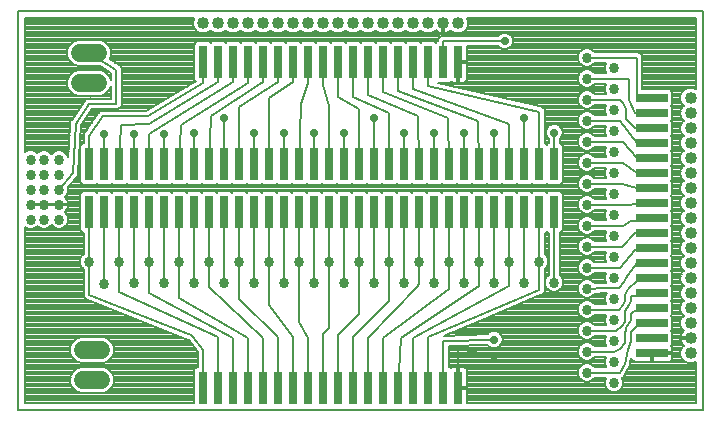
<source format=gtl>
G75*
%MOIN*%
%OFA0B0*%
%FSLAX25Y25*%
%IPPOS*%
%LPD*%
%AMOC8*
5,1,8,0,0,1.08239X$1,22.5*
%
%ADD10C,0.00600*%
%ADD11C,0.05906*%
%ADD12R,0.11000X0.03000*%
%ADD13C,0.04000*%
%ADD14R,0.03000X0.11000*%
%ADD15C,0.03369*%
%ADD16C,0.00800*%
%ADD17C,0.02778*%
D10*
X0001300Y0001300D02*
X0001300Y0134261D01*
X0229501Y0134261D01*
X0229501Y0001300D01*
X0001300Y0001300D01*
X0191001Y0013800D02*
X0202001Y0013800D01*
X0203501Y0016800D01*
X0204501Y0021300D01*
X0205501Y0024300D01*
X0205501Y0027300D01*
X0207501Y0029300D01*
X0212501Y0030300D01*
X0212501Y0035300D02*
X0207501Y0034300D01*
X0206501Y0034300D01*
X0205501Y0033300D01*
X0205501Y0031300D01*
X0204001Y0028800D01*
X0203501Y0026300D01*
X0203501Y0023800D01*
X0202001Y0021800D01*
X0200001Y0020800D01*
X0191001Y0020800D01*
X0191001Y0027800D02*
X0200501Y0027800D01*
X0202501Y0029300D01*
X0203501Y0030800D01*
X0203501Y0034300D01*
X0205001Y0036300D01*
X0205501Y0037800D01*
X0205501Y0039300D01*
X0207501Y0039300D01*
X0212501Y0040300D01*
X0212501Y0045300D02*
X0209001Y0044300D01*
X0207501Y0044300D01*
X0204501Y0041800D01*
X0203501Y0039800D01*
X0203501Y0037800D01*
X0203001Y0036300D01*
X0201501Y0034800D01*
X0191001Y0034800D01*
X0191001Y0041800D02*
X0196817Y0041905D01*
X0198806Y0041916D01*
X0201695Y0041916D01*
X0203385Y0044105D01*
X0203885Y0045261D01*
X0204501Y0046300D01*
X0207501Y0050300D01*
X0212501Y0050300D01*
X0212501Y0055300D02*
X0207001Y0054800D01*
X0202001Y0048800D01*
X0191001Y0048800D01*
X0191001Y0055800D02*
X0202501Y0055800D01*
X0207001Y0060300D01*
X0212501Y0060300D01*
X0212501Y0065300D02*
X0207501Y0064300D01*
X0205501Y0064300D01*
X0203001Y0062800D01*
X0191001Y0062800D01*
X0191001Y0069800D02*
X0203501Y0069800D01*
X0212501Y0070300D01*
X0212501Y0075300D02*
X0207501Y0075300D01*
X0202501Y0076800D01*
X0191001Y0076800D01*
X0191001Y0083800D02*
X0203001Y0083800D01*
X0207501Y0080300D01*
X0212501Y0080300D01*
X0212501Y0085300D02*
X0207501Y0085300D01*
X0203001Y0090800D01*
X0191001Y0090800D01*
X0191001Y0097800D02*
X0202001Y0097800D01*
X0207501Y0090300D01*
X0212501Y0090300D01*
X0212501Y0095300D02*
X0207001Y0095300D01*
X0204001Y0098300D01*
X0204001Y0101800D01*
X0203001Y0103800D01*
X0202001Y0104800D01*
X0191001Y0104800D01*
X0191001Y0111800D02*
X0205001Y0111800D01*
X0205001Y0104800D01*
X0207001Y0100300D01*
X0212501Y0100300D01*
X0212501Y0105300D02*
X0207501Y0105300D01*
X0207501Y0118800D01*
X0191001Y0118800D01*
D11*
X0027954Y0120300D02*
X0022048Y0120300D01*
X0022048Y0110300D02*
X0027954Y0110300D01*
X0028954Y0021300D02*
X0023048Y0021300D01*
X0023048Y0011300D02*
X0028954Y0011300D01*
D12*
X0212501Y0020300D03*
X0212501Y0025300D03*
X0212501Y0030300D03*
X0212501Y0035300D03*
X0212501Y0040300D03*
X0212501Y0045300D03*
X0212501Y0050300D03*
X0212501Y0055300D03*
X0212501Y0060300D03*
X0212501Y0065300D03*
X0212501Y0070300D03*
X0212501Y0075300D03*
X0212501Y0080300D03*
X0212501Y0085300D03*
X0212501Y0090300D03*
X0212501Y0095300D03*
X0212501Y0100300D03*
X0212501Y0105300D03*
D13*
X0225501Y0105300D03*
X0225501Y0100300D03*
X0225501Y0095300D03*
X0225501Y0090300D03*
X0225501Y0085300D03*
X0225501Y0080300D03*
X0225501Y0075300D03*
X0225501Y0070300D03*
X0225501Y0065300D03*
X0225501Y0060300D03*
X0225501Y0055300D03*
X0225501Y0050300D03*
X0225501Y0045300D03*
X0225501Y0040300D03*
X0225501Y0035300D03*
X0225501Y0030300D03*
X0225501Y0025300D03*
X0225501Y0020300D03*
X0148001Y0130300D03*
X0143001Y0130300D03*
X0138001Y0130300D03*
X0133001Y0130300D03*
X0128001Y0130300D03*
X0123001Y0130300D03*
X0118001Y0130300D03*
X0113001Y0130300D03*
X0108001Y0130300D03*
X0103001Y0130300D03*
X0098001Y0130300D03*
X0093001Y0130300D03*
X0088001Y0130300D03*
X0083001Y0130300D03*
X0078001Y0130300D03*
X0073001Y0130300D03*
X0068001Y0130300D03*
X0063001Y0130300D03*
D14*
X0063001Y0117300D03*
X0068001Y0117300D03*
X0073001Y0117300D03*
X0078001Y0117300D03*
X0083001Y0117300D03*
X0088001Y0117300D03*
X0093001Y0117300D03*
X0098001Y0117300D03*
X0103001Y0117300D03*
X0108001Y0117300D03*
X0113001Y0117300D03*
X0118001Y0117300D03*
X0123001Y0117300D03*
X0128001Y0117300D03*
X0133001Y0117300D03*
X0138001Y0117300D03*
X0143001Y0117300D03*
X0148001Y0117300D03*
X0150001Y0083300D03*
X0155001Y0083300D03*
X0160001Y0083300D03*
X0165001Y0083300D03*
X0170001Y0083300D03*
X0175001Y0083300D03*
X0180001Y0083300D03*
X0180001Y0067300D03*
X0175001Y0067300D03*
X0170001Y0067300D03*
X0165001Y0067300D03*
X0160001Y0067300D03*
X0155001Y0067300D03*
X0150001Y0067300D03*
X0145001Y0067300D03*
X0140001Y0067300D03*
X0135001Y0067300D03*
X0130001Y0067300D03*
X0125001Y0067300D03*
X0120001Y0067300D03*
X0115001Y0067300D03*
X0110001Y0067300D03*
X0105001Y0067300D03*
X0100001Y0067300D03*
X0095001Y0067300D03*
X0090001Y0067300D03*
X0085001Y0067300D03*
X0080001Y0067300D03*
X0075001Y0067300D03*
X0070001Y0067300D03*
X0065001Y0067300D03*
X0060001Y0067300D03*
X0055001Y0067300D03*
X0050001Y0067300D03*
X0045001Y0067300D03*
X0040001Y0067300D03*
X0035001Y0067300D03*
X0030001Y0067300D03*
X0025001Y0067300D03*
X0025001Y0083300D03*
X0030001Y0083300D03*
X0035001Y0083300D03*
X0040001Y0083300D03*
X0045001Y0083300D03*
X0050001Y0083300D03*
X0055001Y0083300D03*
X0060001Y0083300D03*
X0065001Y0083300D03*
X0070001Y0083300D03*
X0075001Y0083300D03*
X0080001Y0083300D03*
X0085001Y0083300D03*
X0090001Y0083300D03*
X0095001Y0083300D03*
X0100001Y0083300D03*
X0105001Y0083300D03*
X0110001Y0083300D03*
X0115001Y0083300D03*
X0120001Y0083300D03*
X0125001Y0083300D03*
X0130001Y0083300D03*
X0135001Y0083300D03*
X0140001Y0083300D03*
X0145001Y0083300D03*
X0143001Y0008800D03*
X0148001Y0008800D03*
X0138001Y0008800D03*
X0133001Y0008800D03*
X0128001Y0008800D03*
X0123001Y0008800D03*
X0118001Y0008800D03*
X0113001Y0008800D03*
X0108001Y0008800D03*
X0103001Y0008800D03*
X0098001Y0008800D03*
X0093001Y0008800D03*
X0088001Y0008800D03*
X0083001Y0008800D03*
X0078001Y0008800D03*
X0073001Y0008800D03*
X0068001Y0008800D03*
X0063001Y0008800D03*
D15*
X0030001Y0043300D03*
X0040001Y0043800D03*
X0050001Y0043800D03*
X0060001Y0043800D03*
X0065001Y0050800D03*
X0055001Y0050800D03*
X0045001Y0050800D03*
X0035001Y0050800D03*
X0025001Y0050800D03*
X0015001Y0064800D03*
X0010001Y0064800D03*
X0005501Y0064800D03*
X0005501Y0069800D03*
X0010001Y0069800D03*
X0015001Y0069800D03*
X0015001Y0074800D03*
X0010001Y0074800D03*
X0005501Y0074800D03*
X0005501Y0079800D03*
X0010001Y0079800D03*
X0015001Y0079800D03*
X0015001Y0084800D03*
X0010001Y0084800D03*
X0005501Y0084800D03*
X0070001Y0043800D03*
X0080001Y0043800D03*
X0090001Y0043800D03*
X0095001Y0050800D03*
X0085001Y0050800D03*
X0075001Y0050800D03*
X0100001Y0043800D03*
X0110001Y0043800D03*
X0120001Y0043800D03*
X0130001Y0043800D03*
X0135001Y0050800D03*
X0145001Y0050800D03*
X0155001Y0050800D03*
X0165001Y0050800D03*
X0170001Y0043800D03*
X0180001Y0043800D03*
X0175001Y0050800D03*
X0191001Y0048800D03*
X0200001Y0045300D03*
X0191001Y0041800D03*
X0200001Y0038300D03*
X0191001Y0034800D03*
X0200001Y0031300D03*
X0191001Y0027800D03*
X0200001Y0024300D03*
X0191001Y0020800D03*
X0200001Y0017300D03*
X0191001Y0013800D03*
X0200001Y0010300D03*
X0160001Y0043800D03*
X0150001Y0043800D03*
X0140001Y0043800D03*
X0125001Y0050800D03*
X0115001Y0050800D03*
X0105001Y0050800D03*
X0191001Y0055800D03*
X0200001Y0052300D03*
X0200001Y0059300D03*
X0191001Y0062800D03*
X0200001Y0066300D03*
X0191001Y0069800D03*
X0200001Y0073300D03*
X0191001Y0076800D03*
X0200001Y0080300D03*
X0191001Y0083800D03*
X0200001Y0087300D03*
X0191001Y0090800D03*
X0200001Y0094300D03*
X0191001Y0097800D03*
X0200001Y0101300D03*
X0191001Y0104800D03*
X0200001Y0108300D03*
X0191001Y0111800D03*
X0200001Y0115300D03*
X0191001Y0118800D03*
D16*
X0193635Y0120500D02*
X0193615Y0120547D01*
X0192748Y0121415D01*
X0191614Y0121884D01*
X0190387Y0121884D01*
X0189254Y0121415D01*
X0188386Y0120547D01*
X0187917Y0119413D01*
X0187917Y0118186D01*
X0188386Y0117053D01*
X0189254Y0116185D01*
X0190387Y0115716D01*
X0191614Y0115716D01*
X0192748Y0116185D01*
X0193615Y0117053D01*
X0193635Y0117100D01*
X0197439Y0117100D01*
X0197386Y0117047D01*
X0196917Y0115913D01*
X0196917Y0114686D01*
X0197386Y0113553D01*
X0197439Y0113500D01*
X0193635Y0113500D01*
X0193615Y0113547D01*
X0192748Y0114415D01*
X0191614Y0114884D01*
X0190387Y0114884D01*
X0189254Y0114415D01*
X0188386Y0113547D01*
X0187917Y0112413D01*
X0187917Y0111186D01*
X0188386Y0110053D01*
X0189254Y0109185D01*
X0190387Y0108716D01*
X0191614Y0108716D01*
X0192748Y0109185D01*
X0193615Y0110053D01*
X0193635Y0110100D01*
X0197439Y0110100D01*
X0197386Y0110047D01*
X0196917Y0108913D01*
X0196917Y0107686D01*
X0197386Y0106553D01*
X0197439Y0106500D01*
X0193635Y0106500D01*
X0193615Y0106547D01*
X0192748Y0107415D01*
X0191614Y0107884D01*
X0190387Y0107884D01*
X0189254Y0107415D01*
X0188386Y0106547D01*
X0187917Y0105413D01*
X0187917Y0104186D01*
X0188386Y0103053D01*
X0189254Y0102185D01*
X0190387Y0101716D01*
X0191614Y0101716D01*
X0192748Y0102185D01*
X0193615Y0103053D01*
X0193635Y0103100D01*
X0197439Y0103100D01*
X0197386Y0103047D01*
X0196917Y0101913D01*
X0196917Y0100686D01*
X0197386Y0099553D01*
X0197439Y0099500D01*
X0193635Y0099500D01*
X0193615Y0099547D01*
X0192748Y0100415D01*
X0191614Y0100884D01*
X0190387Y0100884D01*
X0189254Y0100415D01*
X0188386Y0099547D01*
X0187917Y0098413D01*
X0187917Y0097186D01*
X0188386Y0096053D01*
X0189254Y0095185D01*
X0190387Y0094716D01*
X0191614Y0094716D01*
X0192748Y0095185D01*
X0193615Y0096053D01*
X0193635Y0096100D01*
X0197439Y0096100D01*
X0197386Y0096047D01*
X0196917Y0094913D01*
X0196917Y0093686D01*
X0197386Y0092553D01*
X0197439Y0092500D01*
X0193635Y0092500D01*
X0193615Y0092547D01*
X0192748Y0093415D01*
X0191614Y0093884D01*
X0190387Y0093884D01*
X0189254Y0093415D01*
X0188386Y0092547D01*
X0187917Y0091413D01*
X0187917Y0090186D01*
X0188386Y0089053D01*
X0189254Y0088185D01*
X0190387Y0087716D01*
X0191614Y0087716D01*
X0192748Y0088185D01*
X0193615Y0089053D01*
X0193635Y0089100D01*
X0197439Y0089100D01*
X0197386Y0089047D01*
X0196917Y0087913D01*
X0196917Y0086686D01*
X0197386Y0085553D01*
X0197439Y0085500D01*
X0193635Y0085500D01*
X0193615Y0085547D01*
X0192748Y0086415D01*
X0191614Y0086884D01*
X0190387Y0086884D01*
X0189254Y0086415D01*
X0188386Y0085547D01*
X0187917Y0084413D01*
X0187917Y0083186D01*
X0188386Y0082053D01*
X0189254Y0081185D01*
X0190387Y0080716D01*
X0191614Y0080716D01*
X0192748Y0081185D01*
X0193615Y0082053D01*
X0193635Y0082100D01*
X0197439Y0082100D01*
X0197386Y0082047D01*
X0196917Y0080913D01*
X0196917Y0079686D01*
X0197386Y0078553D01*
X0197439Y0078500D01*
X0193635Y0078500D01*
X0193615Y0078547D01*
X0192748Y0079415D01*
X0191614Y0079884D01*
X0190387Y0079884D01*
X0189254Y0079415D01*
X0188386Y0078547D01*
X0187917Y0077413D01*
X0187917Y0076186D01*
X0188386Y0075053D01*
X0189254Y0074185D01*
X0190387Y0073716D01*
X0191614Y0073716D01*
X0192748Y0074185D01*
X0193615Y0075053D01*
X0193635Y0075100D01*
X0197439Y0075100D01*
X0197386Y0075047D01*
X0196917Y0073913D01*
X0196917Y0072686D01*
X0197386Y0071553D01*
X0197439Y0071500D01*
X0193635Y0071500D01*
X0193615Y0071547D01*
X0192748Y0072415D01*
X0191614Y0072884D01*
X0190387Y0072884D01*
X0189254Y0072415D01*
X0188386Y0071547D01*
X0187917Y0070413D01*
X0187917Y0069186D01*
X0188386Y0068053D01*
X0189254Y0067185D01*
X0190387Y0066716D01*
X0191614Y0066716D01*
X0192748Y0067185D01*
X0193615Y0068053D01*
X0193635Y0068100D01*
X0197439Y0068100D01*
X0197386Y0068047D01*
X0196917Y0066913D01*
X0196917Y0065686D01*
X0197386Y0064553D01*
X0197439Y0064500D01*
X0193635Y0064500D01*
X0193615Y0064547D01*
X0192748Y0065415D01*
X0191614Y0065884D01*
X0190387Y0065884D01*
X0189254Y0065415D01*
X0188386Y0064547D01*
X0187917Y0063413D01*
X0187917Y0062186D01*
X0188386Y0061053D01*
X0189254Y0060185D01*
X0190387Y0059716D01*
X0191614Y0059716D01*
X0192748Y0060185D01*
X0193615Y0061053D01*
X0193635Y0061100D01*
X0197439Y0061100D01*
X0197386Y0061047D01*
X0196917Y0059913D01*
X0196917Y0058686D01*
X0197386Y0057553D01*
X0197439Y0057500D01*
X0193635Y0057500D01*
X0193615Y0057547D01*
X0192748Y0058415D01*
X0191614Y0058884D01*
X0190387Y0058884D01*
X0189254Y0058415D01*
X0188386Y0057547D01*
X0187917Y0056413D01*
X0187917Y0055186D01*
X0188386Y0054053D01*
X0189254Y0053185D01*
X0190387Y0052716D01*
X0191614Y0052716D01*
X0192748Y0053185D01*
X0193615Y0054053D01*
X0193635Y0054100D01*
X0197439Y0054100D01*
X0197386Y0054047D01*
X0196917Y0052913D01*
X0196917Y0051686D01*
X0197386Y0050553D01*
X0197439Y0050500D01*
X0193635Y0050500D01*
X0193615Y0050547D01*
X0192748Y0051415D01*
X0191614Y0051884D01*
X0190387Y0051884D01*
X0189254Y0051415D01*
X0188386Y0050547D01*
X0187917Y0049413D01*
X0187917Y0048186D01*
X0188386Y0047053D01*
X0189254Y0046185D01*
X0190387Y0045716D01*
X0191614Y0045716D01*
X0192748Y0046185D01*
X0193615Y0047053D01*
X0193635Y0047100D01*
X0197439Y0047100D01*
X0197386Y0047047D01*
X0196917Y0045913D01*
X0196917Y0044686D01*
X0197360Y0043615D01*
X0196797Y0043605D01*
X0196103Y0043602D01*
X0196094Y0043592D01*
X0193615Y0043548D01*
X0192748Y0044415D01*
X0191614Y0044884D01*
X0190387Y0044884D01*
X0189254Y0044415D01*
X0188386Y0043547D01*
X0187917Y0042413D01*
X0187917Y0041186D01*
X0188386Y0040053D01*
X0189254Y0039185D01*
X0190387Y0038716D01*
X0191614Y0038716D01*
X0192748Y0039185D01*
X0193615Y0040053D01*
X0193655Y0040148D01*
X0196836Y0040205D01*
X0197548Y0040209D01*
X0197386Y0040047D01*
X0196917Y0038913D01*
X0196917Y0037686D01*
X0197386Y0036553D01*
X0197439Y0036500D01*
X0193635Y0036500D01*
X0193615Y0036547D01*
X0192748Y0037415D01*
X0191614Y0037884D01*
X0190387Y0037884D01*
X0189254Y0037415D01*
X0188386Y0036547D01*
X0187917Y0035413D01*
X0187917Y0034186D01*
X0188386Y0033053D01*
X0189254Y0032185D01*
X0190387Y0031716D01*
X0191614Y0031716D01*
X0192748Y0032185D01*
X0193615Y0033053D01*
X0193635Y0033100D01*
X0197439Y0033100D01*
X0197386Y0033047D01*
X0196917Y0031913D01*
X0196917Y0030686D01*
X0197386Y0029553D01*
X0197439Y0029500D01*
X0193635Y0029500D01*
X0193615Y0029547D01*
X0192748Y0030415D01*
X0191614Y0030884D01*
X0190387Y0030884D01*
X0189254Y0030415D01*
X0188386Y0029547D01*
X0187917Y0028413D01*
X0187917Y0027186D01*
X0188386Y0026053D01*
X0189254Y0025185D01*
X0190387Y0024716D01*
X0191614Y0024716D01*
X0192748Y0025185D01*
X0193615Y0026053D01*
X0193635Y0026100D01*
X0197439Y0026100D01*
X0197386Y0026047D01*
X0196917Y0024913D01*
X0196917Y0023686D01*
X0197386Y0022553D01*
X0197439Y0022500D01*
X0193635Y0022500D01*
X0193615Y0022547D01*
X0192748Y0023415D01*
X0191614Y0023884D01*
X0190387Y0023884D01*
X0189254Y0023415D01*
X0188386Y0022547D01*
X0187917Y0021413D01*
X0187917Y0020186D01*
X0188386Y0019053D01*
X0189254Y0018185D01*
X0190387Y0017716D01*
X0191614Y0017716D01*
X0192748Y0018185D01*
X0193615Y0019053D01*
X0193635Y0019100D01*
X0197439Y0019100D01*
X0197386Y0019047D01*
X0196917Y0017913D01*
X0196917Y0016686D01*
X0197386Y0015553D01*
X0197439Y0015500D01*
X0193635Y0015500D01*
X0193615Y0015547D01*
X0192748Y0016415D01*
X0191614Y0016884D01*
X0190387Y0016884D01*
X0189254Y0016415D01*
X0188386Y0015547D01*
X0187917Y0014413D01*
X0187917Y0013186D01*
X0188386Y0012053D01*
X0189254Y0011185D01*
X0190387Y0010716D01*
X0191614Y0010716D01*
X0192748Y0011185D01*
X0193615Y0012053D01*
X0193635Y0012100D01*
X0197439Y0012100D01*
X0197386Y0012047D01*
X0196917Y0010913D01*
X0196917Y0009686D01*
X0197386Y0008553D01*
X0198254Y0007685D01*
X0199387Y0007216D01*
X0200614Y0007216D01*
X0201748Y0007685D01*
X0202615Y0008553D01*
X0203085Y0009686D01*
X0203085Y0010913D01*
X0202615Y0012047D01*
X0202563Y0012100D01*
X0202705Y0012100D01*
X0202919Y0012314D01*
X0203206Y0012410D01*
X0203398Y0012793D01*
X0203701Y0013096D01*
X0203701Y0013399D01*
X0204811Y0015619D01*
X0205008Y0015744D01*
X0205115Y0016227D01*
X0205336Y0016670D01*
X0205262Y0016891D01*
X0205625Y0018524D01*
X0205696Y0018260D01*
X0205881Y0017940D01*
X0206141Y0017680D01*
X0206460Y0017495D01*
X0206816Y0017400D01*
X0212151Y0017400D01*
X0212151Y0019950D01*
X0212851Y0019950D01*
X0212851Y0020650D01*
X0219401Y0020650D01*
X0219401Y0021984D01*
X0219305Y0022340D01*
X0219121Y0022660D01*
X0218981Y0022800D01*
X0219401Y0023220D01*
X0219401Y0027380D01*
X0218981Y0027800D01*
X0219401Y0028220D01*
X0219401Y0032380D01*
X0218981Y0032800D01*
X0219401Y0033220D01*
X0219401Y0037380D01*
X0218981Y0037800D01*
X0219401Y0038220D01*
X0219401Y0042380D01*
X0218981Y0042800D01*
X0219401Y0043220D01*
X0219401Y0047380D01*
X0218981Y0047800D01*
X0219401Y0048220D01*
X0219401Y0052380D01*
X0218981Y0052800D01*
X0219401Y0053220D01*
X0219401Y0057380D01*
X0218981Y0057800D01*
X0219401Y0058220D01*
X0219401Y0062380D01*
X0218981Y0062800D01*
X0219401Y0063220D01*
X0219401Y0067380D01*
X0218981Y0067800D01*
X0219401Y0068220D01*
X0219401Y0072380D01*
X0218981Y0072800D01*
X0219401Y0073220D01*
X0219401Y0077380D01*
X0218981Y0077800D01*
X0219401Y0078220D01*
X0219401Y0082380D01*
X0218981Y0082800D01*
X0219401Y0083220D01*
X0219401Y0087380D01*
X0218981Y0087800D01*
X0219401Y0088220D01*
X0219401Y0092380D01*
X0218981Y0092800D01*
X0219401Y0093220D01*
X0219401Y0097380D01*
X0218981Y0097800D01*
X0219401Y0098220D01*
X0219401Y0102380D01*
X0218981Y0102800D01*
X0219401Y0103220D01*
X0219401Y0107380D01*
X0218581Y0108200D01*
X0209201Y0108200D01*
X0209201Y0119504D01*
X0208205Y0120500D01*
X0193635Y0120500D01*
X0193086Y0121077D02*
X0227301Y0121077D01*
X0227301Y0121875D02*
X0191636Y0121875D01*
X0190365Y0121875D02*
X0164935Y0121875D01*
X0165081Y0121936D02*
X0164056Y0121511D01*
X0162946Y0121511D01*
X0161921Y0121936D01*
X0161357Y0122500D01*
X0150901Y0122500D01*
X0150901Y0117650D01*
X0148351Y0117650D01*
X0148351Y0116950D01*
X0150901Y0116950D01*
X0150901Y0111616D01*
X0150805Y0111260D01*
X0150621Y0110940D01*
X0150360Y0110680D01*
X0150041Y0110495D01*
X0149685Y0110400D01*
X0148351Y0110400D01*
X0148351Y0116950D01*
X0147651Y0116950D01*
X0147651Y0110400D01*
X0146316Y0110400D01*
X0145960Y0110495D01*
X0145641Y0110680D01*
X0145501Y0110820D01*
X0145081Y0110400D01*
X0141252Y0110400D01*
X0175205Y0102600D01*
X0175746Y0102600D01*
X0175908Y0102438D01*
X0176130Y0102387D01*
X0176418Y0101928D01*
X0176801Y0101546D01*
X0176801Y0101317D01*
X0176922Y0101124D01*
X0176801Y0100596D01*
X0176801Y0090200D01*
X0177081Y0090200D01*
X0177501Y0089780D01*
X0177921Y0090200D01*
X0178201Y0090200D01*
X0178201Y0091656D01*
X0177636Y0092220D01*
X0177212Y0093245D01*
X0177212Y0094355D01*
X0177636Y0095380D01*
X0178421Y0096164D01*
X0179446Y0096589D01*
X0180556Y0096589D01*
X0181581Y0096164D01*
X0182365Y0095380D01*
X0182790Y0094355D01*
X0182790Y0093245D01*
X0182365Y0092220D01*
X0181801Y0091656D01*
X0181801Y0090200D01*
X0182081Y0090200D01*
X0182901Y0089380D01*
X0182901Y0077220D01*
X0182081Y0076400D01*
X0177921Y0076400D01*
X0177501Y0076820D01*
X0177081Y0076400D01*
X0172921Y0076400D01*
X0172501Y0076820D01*
X0172081Y0076400D01*
X0167921Y0076400D01*
X0167501Y0076820D01*
X0167081Y0076400D01*
X0162921Y0076400D01*
X0162501Y0076820D01*
X0162081Y0076400D01*
X0157921Y0076400D01*
X0157501Y0076820D01*
X0157081Y0076400D01*
X0152921Y0076400D01*
X0152501Y0076820D01*
X0152081Y0076400D01*
X0147921Y0076400D01*
X0147501Y0076820D01*
X0147081Y0076400D01*
X0142921Y0076400D01*
X0142501Y0076820D01*
X0142081Y0076400D01*
X0137921Y0076400D01*
X0137501Y0076820D01*
X0137081Y0076400D01*
X0132921Y0076400D01*
X0132501Y0076820D01*
X0132081Y0076400D01*
X0127921Y0076400D01*
X0127501Y0076820D01*
X0127081Y0076400D01*
X0122921Y0076400D01*
X0122501Y0076820D01*
X0122081Y0076400D01*
X0117921Y0076400D01*
X0117501Y0076820D01*
X0117081Y0076400D01*
X0112921Y0076400D01*
X0112501Y0076820D01*
X0112081Y0076400D01*
X0107921Y0076400D01*
X0107501Y0076820D01*
X0107081Y0076400D01*
X0102921Y0076400D01*
X0102501Y0076820D01*
X0102081Y0076400D01*
X0097921Y0076400D01*
X0097501Y0076820D01*
X0097081Y0076400D01*
X0092921Y0076400D01*
X0092501Y0076820D01*
X0092081Y0076400D01*
X0087921Y0076400D01*
X0087501Y0076820D01*
X0087081Y0076400D01*
X0082921Y0076400D01*
X0082501Y0076820D01*
X0082081Y0076400D01*
X0077921Y0076400D01*
X0077501Y0076820D01*
X0077081Y0076400D01*
X0072921Y0076400D01*
X0072501Y0076820D01*
X0072081Y0076400D01*
X0067921Y0076400D01*
X0067501Y0076820D01*
X0067081Y0076400D01*
X0062921Y0076400D01*
X0062501Y0076820D01*
X0062081Y0076400D01*
X0057921Y0076400D01*
X0057501Y0076820D01*
X0057081Y0076400D01*
X0052921Y0076400D01*
X0052501Y0076820D01*
X0052081Y0076400D01*
X0047921Y0076400D01*
X0047501Y0076820D01*
X0047081Y0076400D01*
X0042921Y0076400D01*
X0042501Y0076820D01*
X0042081Y0076400D01*
X0037921Y0076400D01*
X0037501Y0076820D01*
X0037081Y0076400D01*
X0032921Y0076400D01*
X0032501Y0076820D01*
X0032081Y0076400D01*
X0027921Y0076400D01*
X0027501Y0076820D01*
X0027081Y0076400D01*
X0022921Y0076400D01*
X0022101Y0077220D01*
X0022101Y0089380D01*
X0022921Y0090200D01*
X0023201Y0090200D01*
X0023201Y0092638D01*
X0023096Y0093212D01*
X0023201Y0093362D01*
X0023201Y0093546D01*
X0023613Y0093958D01*
X0027701Y0099862D01*
X0027701Y0100046D01*
X0028113Y0100458D01*
X0028445Y0100938D01*
X0028626Y0100970D01*
X0028755Y0101100D01*
X0029338Y0101100D01*
X0029912Y0101204D01*
X0030063Y0101100D01*
X0044006Y0101100D01*
X0060446Y0110875D01*
X0060101Y0111220D01*
X0060101Y0123380D01*
X0060921Y0124200D01*
X0065081Y0124200D01*
X0065501Y0123780D01*
X0065921Y0124200D01*
X0070081Y0124200D01*
X0070501Y0123780D01*
X0070921Y0124200D01*
X0075081Y0124200D01*
X0075501Y0123780D01*
X0075921Y0124200D01*
X0080081Y0124200D01*
X0080501Y0123780D01*
X0080921Y0124200D01*
X0085081Y0124200D01*
X0085501Y0123780D01*
X0085921Y0124200D01*
X0090081Y0124200D01*
X0090501Y0123780D01*
X0090921Y0124200D01*
X0095081Y0124200D01*
X0095501Y0123780D01*
X0095921Y0124200D01*
X0100081Y0124200D01*
X0100501Y0123780D01*
X0100921Y0124200D01*
X0105081Y0124200D01*
X0105501Y0123780D01*
X0105921Y0124200D01*
X0110081Y0124200D01*
X0110501Y0123780D01*
X0110921Y0124200D01*
X0115081Y0124200D01*
X0115501Y0123780D01*
X0115921Y0124200D01*
X0120081Y0124200D01*
X0120501Y0123780D01*
X0120921Y0124200D01*
X0125081Y0124200D01*
X0125501Y0123780D01*
X0125921Y0124200D01*
X0130081Y0124200D01*
X0130501Y0123780D01*
X0130921Y0124200D01*
X0135081Y0124200D01*
X0135501Y0123780D01*
X0135921Y0124200D01*
X0140081Y0124200D01*
X0140501Y0123780D01*
X0140921Y0124200D01*
X0141201Y0124200D01*
X0141201Y0125046D01*
X0142255Y0126100D01*
X0161357Y0126100D01*
X0161921Y0126664D01*
X0162946Y0127089D01*
X0164056Y0127089D01*
X0165081Y0126664D01*
X0165865Y0125880D01*
X0166290Y0124855D01*
X0166290Y0123745D01*
X0165865Y0122720D01*
X0165081Y0121936D01*
X0165819Y0122674D02*
X0227301Y0122674D01*
X0227301Y0123472D02*
X0166177Y0123472D01*
X0166290Y0124271D02*
X0227301Y0124271D01*
X0227301Y0125069D02*
X0166201Y0125069D01*
X0165870Y0125868D02*
X0227301Y0125868D01*
X0227301Y0126666D02*
X0165076Y0126666D01*
X0163501Y0124300D02*
X0143001Y0124300D01*
X0143001Y0117300D01*
X0147651Y0116286D02*
X0148351Y0116286D01*
X0148351Y0117084D02*
X0188373Y0117084D01*
X0188042Y0117883D02*
X0150901Y0117883D01*
X0150901Y0118681D02*
X0187917Y0118681D01*
X0187944Y0119480D02*
X0150901Y0119480D01*
X0150901Y0120278D02*
X0188275Y0120278D01*
X0188916Y0121077D02*
X0150901Y0121077D01*
X0150901Y0121875D02*
X0162067Y0121875D01*
X0161926Y0126666D02*
X0003500Y0126666D01*
X0003500Y0125868D02*
X0142023Y0125868D01*
X0141224Y0125069D02*
X0003500Y0125069D01*
X0003500Y0124271D02*
X0020260Y0124271D01*
X0019582Y0123990D02*
X0018358Y0122766D01*
X0017695Y0121166D01*
X0017695Y0119434D01*
X0018358Y0117834D01*
X0019582Y0116610D01*
X0021182Y0115947D01*
X0028672Y0115947D01*
X0032201Y0113791D01*
X0032201Y0111420D01*
X0031644Y0112766D01*
X0030419Y0113990D01*
X0028819Y0114653D01*
X0021182Y0114653D01*
X0019582Y0113990D01*
X0018358Y0112766D01*
X0017695Y0111166D01*
X0017695Y0109434D01*
X0018358Y0107834D01*
X0019582Y0106610D01*
X0021182Y0105947D01*
X0028819Y0105947D01*
X0030419Y0106610D01*
X0031644Y0107834D01*
X0032201Y0109180D01*
X0032201Y0105100D01*
X0025563Y0105100D01*
X0025412Y0105204D01*
X0024838Y0105100D01*
X0024255Y0105100D01*
X0024126Y0104970D01*
X0023945Y0104938D01*
X0023613Y0104458D01*
X0023201Y0104046D01*
X0023201Y0103862D01*
X0019145Y0098003D01*
X0018749Y0097653D01*
X0018735Y0097411D01*
X0018596Y0097212D01*
X0018691Y0096692D01*
X0018017Y0085577D01*
X0017615Y0086547D01*
X0016748Y0087415D01*
X0015614Y0087884D01*
X0014387Y0087884D01*
X0013254Y0087415D01*
X0012501Y0086662D01*
X0011748Y0087415D01*
X0010614Y0087884D01*
X0009387Y0087884D01*
X0008254Y0087415D01*
X0007751Y0086912D01*
X0007248Y0087415D01*
X0006114Y0087884D01*
X0004887Y0087884D01*
X0003754Y0087415D01*
X0003500Y0087161D01*
X0003500Y0132061D01*
X0060050Y0132061D01*
X0059601Y0130976D01*
X0059601Y0129624D01*
X0060118Y0128374D01*
X0061075Y0127418D01*
X0062324Y0126900D01*
X0063677Y0126900D01*
X0064927Y0127418D01*
X0065501Y0127992D01*
X0066075Y0127418D01*
X0067324Y0126900D01*
X0068677Y0126900D01*
X0069927Y0127418D01*
X0070501Y0127992D01*
X0071075Y0127418D01*
X0072324Y0126900D01*
X0073677Y0126900D01*
X0074927Y0127418D01*
X0075501Y0127992D01*
X0076075Y0127418D01*
X0077324Y0126900D01*
X0078677Y0126900D01*
X0079927Y0127418D01*
X0080501Y0127992D01*
X0081075Y0127418D01*
X0082324Y0126900D01*
X0083677Y0126900D01*
X0084927Y0127418D01*
X0085501Y0127992D01*
X0086075Y0127418D01*
X0087324Y0126900D01*
X0088677Y0126900D01*
X0089927Y0127418D01*
X0090501Y0127992D01*
X0091075Y0127418D01*
X0092324Y0126900D01*
X0093677Y0126900D01*
X0094927Y0127418D01*
X0095501Y0127992D01*
X0096075Y0127418D01*
X0097324Y0126900D01*
X0098677Y0126900D01*
X0099927Y0127418D01*
X0100501Y0127992D01*
X0101075Y0127418D01*
X0102324Y0126900D01*
X0103677Y0126900D01*
X0104927Y0127418D01*
X0105501Y0127992D01*
X0106075Y0127418D01*
X0107324Y0126900D01*
X0108677Y0126900D01*
X0109927Y0127418D01*
X0110501Y0127992D01*
X0111075Y0127418D01*
X0112324Y0126900D01*
X0113677Y0126900D01*
X0114927Y0127418D01*
X0115501Y0127992D01*
X0116075Y0127418D01*
X0117324Y0126900D01*
X0118677Y0126900D01*
X0119927Y0127418D01*
X0120501Y0127992D01*
X0121075Y0127418D01*
X0122324Y0126900D01*
X0123677Y0126900D01*
X0124927Y0127418D01*
X0125501Y0127992D01*
X0126075Y0127418D01*
X0127324Y0126900D01*
X0128677Y0126900D01*
X0129927Y0127418D01*
X0130501Y0127992D01*
X0131075Y0127418D01*
X0132324Y0126900D01*
X0133677Y0126900D01*
X0134927Y0127418D01*
X0135501Y0127992D01*
X0136075Y0127418D01*
X0137324Y0126900D01*
X0138677Y0126900D01*
X0139927Y0127418D01*
X0140501Y0127992D01*
X0140833Y0127659D01*
X0141390Y0127287D01*
X0142009Y0127031D01*
X0142666Y0126900D01*
X0142751Y0126900D01*
X0142751Y0130050D01*
X0143251Y0130050D01*
X0143251Y0126900D01*
X0143336Y0126900D01*
X0143993Y0127031D01*
X0144611Y0127287D01*
X0145168Y0127659D01*
X0145501Y0127992D01*
X0146075Y0127418D01*
X0147324Y0126900D01*
X0148677Y0126900D01*
X0149927Y0127418D01*
X0150883Y0128374D01*
X0151401Y0129624D01*
X0151401Y0130976D01*
X0150952Y0132061D01*
X0227301Y0132061D01*
X0227301Y0108235D01*
X0226177Y0108700D01*
X0224824Y0108700D01*
X0223575Y0108182D01*
X0222618Y0107226D01*
X0222101Y0105976D01*
X0222101Y0104624D01*
X0222618Y0103374D01*
X0223192Y0102800D01*
X0222618Y0102226D01*
X0222101Y0100976D01*
X0222101Y0099624D01*
X0222618Y0098374D01*
X0223192Y0097800D01*
X0222618Y0097226D01*
X0222101Y0095976D01*
X0222101Y0094624D01*
X0222618Y0093374D01*
X0223192Y0092800D01*
X0222618Y0092226D01*
X0222101Y0090976D01*
X0222101Y0089624D01*
X0222618Y0088374D01*
X0223192Y0087800D01*
X0222618Y0087226D01*
X0222101Y0085976D01*
X0222101Y0084624D01*
X0222618Y0083374D01*
X0223192Y0082800D01*
X0222618Y0082226D01*
X0222101Y0080976D01*
X0222101Y0079624D01*
X0222618Y0078374D01*
X0223192Y0077800D01*
X0222618Y0077226D01*
X0222101Y0075976D01*
X0222101Y0074624D01*
X0222618Y0073374D01*
X0223192Y0072800D01*
X0222618Y0072226D01*
X0222101Y0070976D01*
X0222101Y0069624D01*
X0222618Y0068374D01*
X0223192Y0067800D01*
X0222618Y0067226D01*
X0222101Y0065976D01*
X0222101Y0064624D01*
X0222618Y0063374D01*
X0223192Y0062800D01*
X0222618Y0062226D01*
X0222101Y0060976D01*
X0222101Y0059624D01*
X0222618Y0058374D01*
X0223192Y0057800D01*
X0222618Y0057226D01*
X0222101Y0055976D01*
X0222101Y0054624D01*
X0222618Y0053374D01*
X0223192Y0052800D01*
X0222618Y0052226D01*
X0222101Y0050976D01*
X0222101Y0049624D01*
X0222618Y0048374D01*
X0223192Y0047800D01*
X0222618Y0047226D01*
X0222101Y0045976D01*
X0222101Y0044624D01*
X0222618Y0043374D01*
X0223192Y0042800D01*
X0222618Y0042226D01*
X0222101Y0040976D01*
X0222101Y0039624D01*
X0222618Y0038374D01*
X0223192Y0037800D01*
X0222618Y0037226D01*
X0222101Y0035976D01*
X0222101Y0034624D01*
X0222618Y0033374D01*
X0223192Y0032800D01*
X0222618Y0032226D01*
X0222101Y0030976D01*
X0222101Y0029624D01*
X0222618Y0028374D01*
X0223192Y0027800D01*
X0222860Y0027467D01*
X0222488Y0026910D01*
X0222231Y0026292D01*
X0222101Y0025635D01*
X0222101Y0025550D01*
X0225251Y0025550D01*
X0225251Y0025050D01*
X0222101Y0025050D01*
X0222101Y0024965D01*
X0222231Y0024308D01*
X0222488Y0023689D01*
X0222860Y0023133D01*
X0223192Y0022800D01*
X0222618Y0022226D01*
X0222101Y0020976D01*
X0222101Y0019624D01*
X0222618Y0018374D01*
X0223575Y0017418D01*
X0224824Y0016900D01*
X0226177Y0016900D01*
X0227301Y0017365D01*
X0227301Y0003500D01*
X0150901Y0003500D01*
X0150901Y0008450D01*
X0148351Y0008450D01*
X0148351Y0009150D01*
X0150901Y0009150D01*
X0150901Y0014484D01*
X0150805Y0014840D01*
X0150621Y0015160D01*
X0150360Y0015420D01*
X0150041Y0015605D01*
X0149685Y0015700D01*
X0148351Y0015700D01*
X0148351Y0009150D01*
X0147651Y0009150D01*
X0147651Y0015700D01*
X0146316Y0015700D01*
X0145960Y0015605D01*
X0145641Y0015420D01*
X0145501Y0015280D01*
X0145081Y0015700D01*
X0144801Y0015700D01*
X0144801Y0022552D01*
X0157919Y0022938D01*
X0158421Y0022436D01*
X0159446Y0022011D01*
X0160556Y0022011D01*
X0161581Y0022436D01*
X0162365Y0023220D01*
X0162790Y0024245D01*
X0162790Y0025355D01*
X0162365Y0026380D01*
X0161581Y0027164D01*
X0160556Y0027589D01*
X0159446Y0027589D01*
X0158421Y0027164D01*
X0157792Y0026536D01*
X0143342Y0026111D01*
X0155197Y0031140D01*
X0175359Y0039500D01*
X0175746Y0039500D01*
X0176021Y0039774D01*
X0176379Y0039923D01*
X0176527Y0040281D01*
X0176801Y0040554D01*
X0176801Y0040942D01*
X0176949Y0041301D01*
X0176801Y0041658D01*
X0176801Y0048238D01*
X0177615Y0049053D01*
X0178085Y0050186D01*
X0178085Y0051413D01*
X0177615Y0052547D01*
X0176801Y0053362D01*
X0176801Y0060400D01*
X0177081Y0060400D01*
X0177501Y0060820D01*
X0177921Y0060400D01*
X0178201Y0060400D01*
X0178201Y0046362D01*
X0177386Y0045547D01*
X0176917Y0044413D01*
X0176917Y0043186D01*
X0177386Y0042053D01*
X0178254Y0041185D01*
X0179387Y0040716D01*
X0180614Y0040716D01*
X0181748Y0041185D01*
X0182615Y0042053D01*
X0183085Y0043186D01*
X0183085Y0044413D01*
X0182615Y0045547D01*
X0181801Y0046362D01*
X0181801Y0060400D01*
X0182081Y0060400D01*
X0182901Y0061220D01*
X0182901Y0073380D01*
X0182081Y0074200D01*
X0177921Y0074200D01*
X0177501Y0073780D01*
X0177081Y0074200D01*
X0172921Y0074200D01*
X0172501Y0073780D01*
X0172081Y0074200D01*
X0167921Y0074200D01*
X0167501Y0073780D01*
X0167081Y0074200D01*
X0162921Y0074200D01*
X0162501Y0073780D01*
X0162081Y0074200D01*
X0157921Y0074200D01*
X0157501Y0073780D01*
X0157081Y0074200D01*
X0152921Y0074200D01*
X0152501Y0073780D01*
X0152081Y0074200D01*
X0147921Y0074200D01*
X0147501Y0073780D01*
X0147081Y0074200D01*
X0142921Y0074200D01*
X0142501Y0073780D01*
X0142081Y0074200D01*
X0137921Y0074200D01*
X0137501Y0073780D01*
X0137081Y0074200D01*
X0132921Y0074200D01*
X0132501Y0073780D01*
X0132081Y0074200D01*
X0127921Y0074200D01*
X0127501Y0073780D01*
X0127081Y0074200D01*
X0122921Y0074200D01*
X0122501Y0073780D01*
X0122081Y0074200D01*
X0117921Y0074200D01*
X0117501Y0073780D01*
X0117081Y0074200D01*
X0112921Y0074200D01*
X0112501Y0073780D01*
X0112081Y0074200D01*
X0107921Y0074200D01*
X0107501Y0073780D01*
X0107081Y0074200D01*
X0102921Y0074200D01*
X0102501Y0073780D01*
X0102081Y0074200D01*
X0097921Y0074200D01*
X0097501Y0073780D01*
X0097081Y0074200D01*
X0092921Y0074200D01*
X0092501Y0073780D01*
X0092081Y0074200D01*
X0087921Y0074200D01*
X0087501Y0073780D01*
X0087081Y0074200D01*
X0082921Y0074200D01*
X0082501Y0073780D01*
X0082081Y0074200D01*
X0077921Y0074200D01*
X0077501Y0073780D01*
X0077081Y0074200D01*
X0072921Y0074200D01*
X0072501Y0073780D01*
X0072081Y0074200D01*
X0067921Y0074200D01*
X0067501Y0073780D01*
X0067081Y0074200D01*
X0062921Y0074200D01*
X0062501Y0073780D01*
X0062081Y0074200D01*
X0057921Y0074200D01*
X0057501Y0073780D01*
X0057081Y0074200D01*
X0052921Y0074200D01*
X0052501Y0073780D01*
X0052081Y0074200D01*
X0047921Y0074200D01*
X0047501Y0073780D01*
X0047081Y0074200D01*
X0042921Y0074200D01*
X0042501Y0073780D01*
X0042081Y0074200D01*
X0037921Y0074200D01*
X0037501Y0073780D01*
X0037081Y0074200D01*
X0032921Y0074200D01*
X0032501Y0073780D01*
X0032081Y0074200D01*
X0027921Y0074200D01*
X0027501Y0073780D01*
X0027081Y0074200D01*
X0022921Y0074200D01*
X0022101Y0073380D01*
X0022101Y0061220D01*
X0022921Y0060400D01*
X0023201Y0060400D01*
X0023201Y0053362D01*
X0022386Y0052547D01*
X0021917Y0051413D01*
X0021917Y0050186D01*
X0022386Y0049053D01*
X0023201Y0048238D01*
X0023201Y0040144D01*
X0023053Y0039771D01*
X0023201Y0039428D01*
X0023201Y0039054D01*
X0023485Y0038771D01*
X0023644Y0038402D01*
X0023991Y0038264D01*
X0024255Y0038000D01*
X0024656Y0038000D01*
X0057991Y0024764D01*
X0058149Y0024606D01*
X0061201Y0020682D01*
X0061201Y0015700D01*
X0060921Y0015700D01*
X0060101Y0014880D01*
X0060101Y0003500D01*
X0003500Y0003500D01*
X0003500Y0062439D01*
X0003754Y0062185D01*
X0004887Y0061716D01*
X0006114Y0061716D01*
X0007248Y0062185D01*
X0007751Y0062688D01*
X0008254Y0062185D01*
X0009387Y0061716D01*
X0010614Y0061716D01*
X0011748Y0062185D01*
X0012501Y0062938D01*
X0013254Y0062185D01*
X0014387Y0061716D01*
X0015614Y0061716D01*
X0016748Y0062185D01*
X0017615Y0063053D01*
X0018085Y0064186D01*
X0018085Y0065413D01*
X0017615Y0066547D01*
X0016842Y0067321D01*
X0016967Y0067404D01*
X0017396Y0067834D01*
X0017734Y0068339D01*
X0017966Y0068900D01*
X0018085Y0069496D01*
X0018085Y0069708D01*
X0015093Y0069708D01*
X0015093Y0069892D01*
X0018085Y0069892D01*
X0018085Y0070104D01*
X0017966Y0070700D01*
X0017734Y0071261D01*
X0017396Y0071766D01*
X0016967Y0072196D01*
X0016842Y0072279D01*
X0017615Y0073053D01*
X0018085Y0074186D01*
X0018085Y0075413D01*
X0017999Y0075622D01*
X0020802Y0079048D01*
X0021252Y0079447D01*
X0021262Y0079610D01*
X0021366Y0079737D01*
X0021306Y0080335D01*
X0022267Y0096189D01*
X0025944Y0101500D01*
X0034746Y0101500D01*
X0035801Y0102554D01*
X0035801Y0114294D01*
X0035925Y0114498D01*
X0035801Y0115014D01*
X0035801Y0115546D01*
X0035632Y0115715D01*
X0035576Y0115947D01*
X0035122Y0116224D01*
X0034746Y0116600D01*
X0034507Y0116600D01*
X0031814Y0118246D01*
X0032306Y0119434D01*
X0032306Y0121166D01*
X0031644Y0122766D01*
X0030419Y0123990D01*
X0028819Y0124653D01*
X0021182Y0124653D01*
X0019582Y0123990D01*
X0019065Y0123472D02*
X0003500Y0123472D01*
X0003500Y0122674D02*
X0018320Y0122674D01*
X0017989Y0121875D02*
X0003500Y0121875D01*
X0003500Y0121077D02*
X0017695Y0121077D01*
X0017695Y0120278D02*
X0003500Y0120278D01*
X0003500Y0119480D02*
X0017695Y0119480D01*
X0018007Y0118681D02*
X0003500Y0118681D01*
X0003500Y0117883D02*
X0018338Y0117883D01*
X0019108Y0117084D02*
X0003500Y0117084D01*
X0003500Y0116286D02*
X0020365Y0116286D01*
X0019482Y0113890D02*
X0003500Y0113890D01*
X0003500Y0113092D02*
X0018684Y0113092D01*
X0018162Y0112293D02*
X0003500Y0112293D01*
X0003500Y0111495D02*
X0017831Y0111495D01*
X0017695Y0110696D02*
X0003500Y0110696D01*
X0003500Y0109898D02*
X0017695Y0109898D01*
X0017834Y0109099D02*
X0003500Y0109099D01*
X0003500Y0108301D02*
X0018165Y0108301D01*
X0018690Y0107502D02*
X0003500Y0107502D01*
X0003500Y0106703D02*
X0019489Y0106703D01*
X0023463Y0104308D02*
X0003500Y0104308D01*
X0003500Y0105106D02*
X0024874Y0105106D01*
X0025554Y0105106D02*
X0032201Y0105106D01*
X0032201Y0105905D02*
X0003500Y0105905D01*
X0003500Y0103509D02*
X0022957Y0103509D01*
X0022404Y0102711D02*
X0003500Y0102711D01*
X0003500Y0101912D02*
X0021851Y0101912D01*
X0021298Y0101114D02*
X0003500Y0101114D01*
X0003500Y0100315D02*
X0020745Y0100315D01*
X0020192Y0099517D02*
X0003500Y0099517D01*
X0003500Y0098718D02*
X0019640Y0098718D01*
X0019050Y0097920D02*
X0003500Y0097920D01*
X0003500Y0097121D02*
X0018613Y0097121D01*
X0018669Y0096323D02*
X0003500Y0096323D01*
X0003500Y0095524D02*
X0018620Y0095524D01*
X0018572Y0094726D02*
X0003500Y0094726D01*
X0003500Y0093927D02*
X0018523Y0093927D01*
X0018475Y0093129D02*
X0003500Y0093129D01*
X0003500Y0092330D02*
X0018427Y0092330D01*
X0018378Y0091532D02*
X0003500Y0091532D01*
X0003500Y0090733D02*
X0018330Y0090733D01*
X0018281Y0089935D02*
X0003500Y0089935D01*
X0003500Y0089136D02*
X0018233Y0089136D01*
X0018185Y0088338D02*
X0003500Y0088338D01*
X0003500Y0087539D02*
X0004054Y0087539D01*
X0006947Y0087539D02*
X0008554Y0087539D01*
X0011447Y0087539D02*
X0013554Y0087539D01*
X0012580Y0086741D02*
X0012422Y0086741D01*
X0016447Y0087539D02*
X0018136Y0087539D01*
X0018088Y0086741D02*
X0017422Y0086741D01*
X0017866Y0085942D02*
X0018039Y0085942D01*
X0021646Y0085942D02*
X0022101Y0085942D01*
X0022101Y0085144D02*
X0021598Y0085144D01*
X0021549Y0084345D02*
X0022101Y0084345D01*
X0022101Y0083547D02*
X0021501Y0083547D01*
X0021452Y0082748D02*
X0022101Y0082748D01*
X0022101Y0081950D02*
X0021404Y0081950D01*
X0021356Y0081151D02*
X0022101Y0081151D01*
X0022101Y0080353D02*
X0021307Y0080353D01*
X0021259Y0079554D02*
X0022101Y0079554D01*
X0022101Y0078756D02*
X0020563Y0078756D01*
X0019910Y0077957D02*
X0022101Y0077957D01*
X0022162Y0077159D02*
X0019256Y0077159D01*
X0018603Y0076360D02*
X0187917Y0076360D01*
X0187917Y0077159D02*
X0182839Y0077159D01*
X0182901Y0077957D02*
X0188142Y0077957D01*
X0188595Y0078756D02*
X0182901Y0078756D01*
X0182901Y0079554D02*
X0189590Y0079554D01*
X0189336Y0081151D02*
X0182901Y0081151D01*
X0182901Y0080353D02*
X0196917Y0080353D01*
X0196971Y0079554D02*
X0192411Y0079554D01*
X0193407Y0078756D02*
X0197302Y0078756D01*
X0197015Y0081151D02*
X0192665Y0081151D01*
X0193512Y0081950D02*
X0197346Y0081950D01*
X0197225Y0085942D02*
X0193220Y0085942D01*
X0191961Y0086741D02*
X0196917Y0086741D01*
X0196917Y0087539D02*
X0182901Y0087539D01*
X0182901Y0086741D02*
X0190041Y0086741D01*
X0188781Y0085942D02*
X0182901Y0085942D01*
X0182901Y0085144D02*
X0188219Y0085144D01*
X0187917Y0084345D02*
X0182901Y0084345D01*
X0182901Y0083547D02*
X0187917Y0083547D01*
X0188098Y0082748D02*
X0182901Y0082748D01*
X0182901Y0081950D02*
X0188489Y0081950D01*
X0180001Y0083300D02*
X0180001Y0093800D01*
X0182790Y0093927D02*
X0196917Y0093927D01*
X0196917Y0094726D02*
X0191639Y0094726D01*
X0190363Y0094726D02*
X0182636Y0094726D01*
X0182221Y0095524D02*
X0188915Y0095524D01*
X0188274Y0096323D02*
X0181198Y0096323D01*
X0178804Y0096323D02*
X0176801Y0096323D01*
X0176801Y0097121D02*
X0187944Y0097121D01*
X0187917Y0097920D02*
X0176801Y0097920D01*
X0176801Y0098718D02*
X0188043Y0098718D01*
X0188374Y0099517D02*
X0176801Y0099517D01*
X0176801Y0100315D02*
X0189154Y0100315D01*
X0192847Y0100315D02*
X0197070Y0100315D01*
X0196917Y0101114D02*
X0176920Y0101114D01*
X0176434Y0101912D02*
X0189912Y0101912D01*
X0188728Y0102711D02*
X0174722Y0102711D01*
X0175001Y0100800D02*
X0138001Y0109300D01*
X0138001Y0117300D01*
X0133001Y0117300D02*
X0133001Y0108300D01*
X0165001Y0096800D01*
X0165001Y0083300D01*
X0160001Y0083300D02*
X0160001Y0093800D01*
X0154501Y0097800D02*
X0128001Y0107800D01*
X0128001Y0117300D01*
X0123001Y0117300D02*
X0123001Y0107300D01*
X0144501Y0098800D01*
X0145001Y0083300D01*
X0150001Y0083300D02*
X0150001Y0093800D01*
X0154501Y0097800D02*
X0155001Y0083300D01*
X0140001Y0083300D02*
X0140001Y0093800D01*
X0134501Y0099300D02*
X0118001Y0106300D01*
X0118001Y0117300D01*
X0113001Y0117300D02*
X0113001Y0105800D01*
X0125001Y0100300D01*
X0125001Y0083300D01*
X0130001Y0083300D02*
X0130001Y0093800D01*
X0134501Y0099300D02*
X0135001Y0083300D01*
X0137316Y0073965D02*
X0137685Y0073965D01*
X0142316Y0073965D02*
X0142685Y0073965D01*
X0147316Y0073965D02*
X0147685Y0073965D01*
X0152316Y0073965D02*
X0152685Y0073965D01*
X0157316Y0073965D02*
X0157685Y0073965D01*
X0162316Y0073965D02*
X0162685Y0073965D01*
X0167316Y0073965D02*
X0167685Y0073965D01*
X0172316Y0073965D02*
X0172685Y0073965D01*
X0177316Y0073965D02*
X0177685Y0073965D01*
X0182316Y0073965D02*
X0189787Y0073965D01*
X0188676Y0074763D02*
X0018085Y0074763D01*
X0018024Y0075562D02*
X0188175Y0075562D01*
X0189207Y0072368D02*
X0182901Y0072368D01*
X0182901Y0073166D02*
X0196917Y0073166D01*
X0196938Y0073965D02*
X0192215Y0073965D01*
X0193326Y0074763D02*
X0197268Y0074763D01*
X0197049Y0072368D02*
X0192795Y0072368D01*
X0193594Y0071569D02*
X0197379Y0071569D01*
X0197191Y0067576D02*
X0193139Y0067576D01*
X0191764Y0066778D02*
X0196917Y0066778D01*
X0196917Y0065979D02*
X0182901Y0065979D01*
X0182901Y0065181D02*
X0189020Y0065181D01*
X0188318Y0064382D02*
X0182901Y0064382D01*
X0182901Y0063584D02*
X0187987Y0063584D01*
X0187917Y0062785D02*
X0182901Y0062785D01*
X0182901Y0061987D02*
X0187999Y0061987D01*
X0188330Y0061188D02*
X0182869Y0061188D01*
X0181801Y0060390D02*
X0189049Y0060390D01*
X0190167Y0058793D02*
X0181801Y0058793D01*
X0181801Y0059591D02*
X0196917Y0059591D01*
X0196917Y0058793D02*
X0191835Y0058793D01*
X0193168Y0057994D02*
X0197203Y0057994D01*
X0197114Y0060390D02*
X0192952Y0060390D01*
X0188833Y0057994D02*
X0181801Y0057994D01*
X0181801Y0057196D02*
X0188241Y0057196D01*
X0187917Y0056397D02*
X0181801Y0056397D01*
X0181801Y0055599D02*
X0187917Y0055599D01*
X0188077Y0054800D02*
X0181801Y0054800D01*
X0181801Y0054002D02*
X0188437Y0054002D01*
X0189236Y0053203D02*
X0181801Y0053203D01*
X0181801Y0052405D02*
X0196917Y0052405D01*
X0196950Y0051606D02*
X0192286Y0051606D01*
X0193355Y0050808D02*
X0197281Y0050808D01*
X0197037Y0053203D02*
X0192766Y0053203D01*
X0193564Y0054002D02*
X0197367Y0054002D01*
X0189716Y0051606D02*
X0181801Y0051606D01*
X0181801Y0050808D02*
X0188647Y0050808D01*
X0188163Y0050009D02*
X0181801Y0050009D01*
X0181801Y0049211D02*
X0187917Y0049211D01*
X0187917Y0048412D02*
X0181801Y0048412D01*
X0181801Y0047614D02*
X0188154Y0047614D01*
X0188624Y0046815D02*
X0181801Y0046815D01*
X0182146Y0046017D02*
X0189661Y0046017D01*
X0189266Y0044420D02*
X0183083Y0044420D01*
X0183085Y0043621D02*
X0188460Y0043621D01*
X0188086Y0042823D02*
X0182934Y0042823D01*
X0182587Y0042024D02*
X0187917Y0042024D01*
X0187917Y0041226D02*
X0181788Y0041226D01*
X0180001Y0043800D02*
X0180001Y0067300D01*
X0182901Y0067576D02*
X0188863Y0067576D01*
X0188253Y0068375D02*
X0182901Y0068375D01*
X0182901Y0069173D02*
X0187922Y0069173D01*
X0187917Y0069972D02*
X0182901Y0069972D01*
X0182901Y0070770D02*
X0188064Y0070770D01*
X0188408Y0071569D02*
X0182901Y0071569D01*
X0182901Y0066778D02*
X0190237Y0066778D01*
X0192982Y0065181D02*
X0197126Y0065181D01*
X0178201Y0060390D02*
X0176801Y0060390D01*
X0176801Y0059591D02*
X0178201Y0059591D01*
X0178201Y0058793D02*
X0176801Y0058793D01*
X0176801Y0057994D02*
X0178201Y0057994D01*
X0178201Y0057196D02*
X0176801Y0057196D01*
X0176801Y0056397D02*
X0178201Y0056397D01*
X0178201Y0055599D02*
X0176801Y0055599D01*
X0176801Y0054800D02*
X0178201Y0054800D01*
X0178201Y0054002D02*
X0176801Y0054002D01*
X0176959Y0053203D02*
X0178201Y0053203D01*
X0178201Y0052405D02*
X0177674Y0052405D01*
X0178005Y0051606D02*
X0178201Y0051606D01*
X0178201Y0050808D02*
X0178085Y0050808D01*
X0178012Y0050009D02*
X0178201Y0050009D01*
X0178201Y0049211D02*
X0177681Y0049211D01*
X0178201Y0048412D02*
X0176975Y0048412D01*
X0176801Y0047614D02*
X0178201Y0047614D01*
X0178201Y0046815D02*
X0176801Y0046815D01*
X0176801Y0046017D02*
X0177856Y0046017D01*
X0177250Y0045218D02*
X0176801Y0045218D01*
X0176801Y0044420D02*
X0176919Y0044420D01*
X0176917Y0043621D02*
X0176801Y0043621D01*
X0176801Y0042823D02*
X0177067Y0042823D01*
X0176801Y0042024D02*
X0177415Y0042024D01*
X0176918Y0041226D02*
X0178213Y0041226D01*
X0176673Y0040427D02*
X0188231Y0040427D01*
X0188810Y0039629D02*
X0175875Y0039629D01*
X0175001Y0041300D02*
X0175001Y0050800D01*
X0175001Y0067300D01*
X0170001Y0067300D02*
X0170001Y0043800D01*
X0175001Y0041300D02*
X0154501Y0032800D01*
X0138001Y0025800D01*
X0138001Y0008800D01*
X0143001Y0008800D02*
X0143001Y0024300D01*
X0160001Y0024800D01*
X0162547Y0023658D02*
X0189842Y0023658D01*
X0188699Y0022860D02*
X0162005Y0022860D01*
X0160677Y0022061D02*
X0188185Y0022061D01*
X0187917Y0021263D02*
X0144801Y0021263D01*
X0144801Y0022061D02*
X0159325Y0022061D01*
X0157997Y0022860D02*
X0155261Y0022860D01*
X0160001Y0019300D02*
X0148501Y0021800D01*
X0148001Y0021300D01*
X0148001Y0008800D01*
X0148351Y0008487D02*
X0197452Y0008487D01*
X0197083Y0009285D02*
X0150901Y0009285D01*
X0150901Y0010084D02*
X0196917Y0010084D01*
X0196917Y0010882D02*
X0192016Y0010882D01*
X0193243Y0011681D02*
X0197234Y0011681D01*
X0197336Y0015673D02*
X0193489Y0015673D01*
X0192610Y0016472D02*
X0197005Y0016472D01*
X0196917Y0017270D02*
X0144801Y0017270D01*
X0144801Y0016472D02*
X0189391Y0016472D01*
X0188512Y0015673D02*
X0149785Y0015673D01*
X0150786Y0014875D02*
X0188108Y0014875D01*
X0187917Y0014076D02*
X0150901Y0014076D01*
X0150901Y0013278D02*
X0187917Y0013278D01*
X0188210Y0012479D02*
X0150901Y0012479D01*
X0150901Y0011681D02*
X0188758Y0011681D01*
X0189986Y0010882D02*
X0150901Y0010882D01*
X0148351Y0010882D02*
X0147651Y0010882D01*
X0147651Y0010084D02*
X0148351Y0010084D01*
X0148351Y0009285D02*
X0147651Y0009285D01*
X0150901Y0007688D02*
X0198251Y0007688D01*
X0201751Y0007688D02*
X0227301Y0007688D01*
X0227301Y0006890D02*
X0150901Y0006890D01*
X0150901Y0006091D02*
X0227301Y0006091D01*
X0227301Y0005293D02*
X0150901Y0005293D01*
X0150901Y0004494D02*
X0227301Y0004494D01*
X0227301Y0003696D02*
X0150901Y0003696D01*
X0148351Y0011681D02*
X0147651Y0011681D01*
X0147651Y0012479D02*
X0148351Y0012479D01*
X0148351Y0013278D02*
X0147651Y0013278D01*
X0147651Y0014076D02*
X0148351Y0014076D01*
X0148351Y0014875D02*
X0147651Y0014875D01*
X0147651Y0015673D02*
X0148351Y0015673D01*
X0146217Y0015673D02*
X0145107Y0015673D01*
X0144801Y0018069D02*
X0189535Y0018069D01*
X0188572Y0018867D02*
X0144801Y0018867D01*
X0144801Y0019666D02*
X0188132Y0019666D01*
X0187917Y0020464D02*
X0144801Y0020464D01*
X0145090Y0026852D02*
X0158109Y0026852D01*
X0161893Y0026852D02*
X0188055Y0026852D01*
X0187917Y0027651D02*
X0146972Y0027651D01*
X0148855Y0028449D02*
X0187931Y0028449D01*
X0188262Y0029248D02*
X0150737Y0029248D01*
X0152619Y0030046D02*
X0188885Y0030046D01*
X0190292Y0030845D02*
X0154501Y0030845D01*
X0156411Y0031643D02*
X0196917Y0031643D01*
X0196917Y0030845D02*
X0191709Y0030845D01*
X0193116Y0030046D02*
X0197182Y0030046D01*
X0197135Y0032442D02*
X0193005Y0032442D01*
X0188997Y0032442D02*
X0158337Y0032442D01*
X0160263Y0033240D02*
X0188308Y0033240D01*
X0187978Y0034039D02*
X0162188Y0034039D01*
X0164114Y0034837D02*
X0187917Y0034837D01*
X0188009Y0035636D02*
X0166040Y0035636D01*
X0167966Y0036434D02*
X0188339Y0036434D01*
X0189072Y0037233D02*
X0169892Y0037233D01*
X0171818Y0038032D02*
X0196917Y0038032D01*
X0196917Y0038830D02*
X0191890Y0038830D01*
X0193191Y0039629D02*
X0197213Y0039629D01*
X0197104Y0037233D02*
X0192930Y0037233D01*
X0190111Y0038830D02*
X0173743Y0038830D01*
X0165001Y0042800D02*
X0165001Y0050800D01*
X0165001Y0067300D01*
X0160001Y0067300D02*
X0160001Y0043800D01*
X0165001Y0042800D02*
X0133001Y0025300D01*
X0133001Y0008800D01*
X0128001Y0008800D02*
X0129001Y0025300D01*
X0155001Y0042800D01*
X0155001Y0050800D01*
X0155001Y0067300D01*
X0150001Y0067300D02*
X0150001Y0043800D01*
X0145001Y0041800D02*
X0145001Y0050800D01*
X0145001Y0067300D01*
X0140001Y0067300D02*
X0140001Y0043800D01*
X0135001Y0043800D02*
X0135001Y0050800D01*
X0135001Y0067300D01*
X0130001Y0067300D02*
X0130001Y0043800D01*
X0134501Y0042800D02*
X0135001Y0043800D01*
X0134501Y0042800D02*
X0118001Y0025300D01*
X0118001Y0008800D01*
X0123001Y0008800D02*
X0123001Y0025300D01*
X0145001Y0041800D01*
X0125001Y0037800D02*
X0125001Y0050800D01*
X0125001Y0067300D01*
X0120001Y0067300D02*
X0120001Y0043800D01*
X0110001Y0043800D02*
X0110001Y0067300D01*
X0115001Y0067300D02*
X0115001Y0050800D01*
X0115001Y0033300D01*
X0108001Y0026300D01*
X0108001Y0008800D01*
X0113001Y0008800D02*
X0113001Y0025800D01*
X0125001Y0037800D01*
X0105001Y0028800D02*
X0105001Y0050800D01*
X0105001Y0067300D01*
X0100001Y0067300D02*
X0100001Y0043800D01*
X0095001Y0050800D02*
X0095001Y0067300D01*
X0090001Y0067300D02*
X0090001Y0043800D01*
X0080001Y0043800D02*
X0080001Y0067300D01*
X0085001Y0067300D02*
X0085001Y0050800D01*
X0085001Y0036300D01*
X0093001Y0025800D01*
X0093001Y0008800D01*
X0098001Y0008800D02*
X0098001Y0025300D01*
X0095001Y0030800D01*
X0095001Y0050800D01*
X0075001Y0050800D02*
X0075001Y0067300D01*
X0070001Y0067300D02*
X0070001Y0043800D01*
X0065001Y0042300D02*
X0065001Y0050800D01*
X0065001Y0067300D01*
X0060001Y0067300D02*
X0060001Y0043800D01*
X0065001Y0042300D02*
X0083001Y0025300D01*
X0083001Y0008800D01*
X0088001Y0008800D02*
X0088001Y0025800D01*
X0075001Y0038300D01*
X0075001Y0050800D01*
X0055001Y0050800D02*
X0055001Y0038800D01*
X0078001Y0025300D01*
X0078001Y0008800D01*
X0073001Y0008800D02*
X0073001Y0025300D01*
X0045001Y0040300D01*
X0045001Y0050800D01*
X0045001Y0067300D01*
X0050001Y0067300D02*
X0050001Y0043800D01*
X0040001Y0043800D02*
X0040001Y0067300D01*
X0035001Y0067300D02*
X0035001Y0050800D01*
X0035001Y0040800D01*
X0068001Y0025800D01*
X0068001Y0008800D01*
X0063001Y0008800D02*
X0063001Y0021300D01*
X0059501Y0025800D01*
X0059001Y0026300D01*
X0025001Y0039800D01*
X0025001Y0050800D01*
X0025001Y0067300D01*
X0022101Y0067576D02*
X0017139Y0067576D01*
X0017385Y0066778D02*
X0022101Y0066778D01*
X0022101Y0065979D02*
X0017851Y0065979D01*
X0018085Y0065181D02*
X0022101Y0065181D01*
X0022101Y0064382D02*
X0018085Y0064382D01*
X0017835Y0063584D02*
X0022101Y0063584D01*
X0022101Y0062785D02*
X0017348Y0062785D01*
X0016269Y0061987D02*
X0022101Y0061987D01*
X0022133Y0061188D02*
X0003500Y0061188D01*
X0003500Y0060390D02*
X0023201Y0060390D01*
X0023201Y0059591D02*
X0003500Y0059591D01*
X0003500Y0058793D02*
X0023201Y0058793D01*
X0023201Y0057994D02*
X0003500Y0057994D01*
X0003500Y0057196D02*
X0023201Y0057196D01*
X0023201Y0056397D02*
X0003500Y0056397D01*
X0003500Y0055599D02*
X0023201Y0055599D01*
X0023201Y0054800D02*
X0003500Y0054800D01*
X0003500Y0054002D02*
X0023201Y0054002D01*
X0023042Y0053203D02*
X0003500Y0053203D01*
X0003500Y0052405D02*
X0022327Y0052405D01*
X0021996Y0051606D02*
X0003500Y0051606D01*
X0003500Y0050808D02*
X0021917Y0050808D01*
X0021990Y0050009D02*
X0003500Y0050009D01*
X0003500Y0049211D02*
X0022321Y0049211D01*
X0023027Y0048412D02*
X0003500Y0048412D01*
X0003500Y0047614D02*
X0023201Y0047614D01*
X0023201Y0046815D02*
X0003500Y0046815D01*
X0003500Y0046017D02*
X0023201Y0046017D01*
X0023201Y0045218D02*
X0003500Y0045218D01*
X0003500Y0044420D02*
X0023201Y0044420D01*
X0023201Y0043621D02*
X0003500Y0043621D01*
X0003500Y0042823D02*
X0023201Y0042823D01*
X0023201Y0042024D02*
X0003500Y0042024D01*
X0003500Y0041226D02*
X0023201Y0041226D01*
X0023201Y0040427D02*
X0003500Y0040427D01*
X0003500Y0039629D02*
X0023114Y0039629D01*
X0023425Y0038830D02*
X0003500Y0038830D01*
X0003500Y0038032D02*
X0024224Y0038032D01*
X0026588Y0037233D02*
X0003500Y0037233D01*
X0003500Y0036434D02*
X0028599Y0036434D01*
X0030610Y0035636D02*
X0003500Y0035636D01*
X0003500Y0034837D02*
X0032621Y0034837D01*
X0034632Y0034039D02*
X0003500Y0034039D01*
X0003500Y0033240D02*
X0036644Y0033240D01*
X0038655Y0032442D02*
X0003500Y0032442D01*
X0003500Y0031643D02*
X0040666Y0031643D01*
X0042677Y0030845D02*
X0003500Y0030845D01*
X0003500Y0030046D02*
X0044688Y0030046D01*
X0046699Y0029248D02*
X0003500Y0029248D01*
X0003500Y0028449D02*
X0048710Y0028449D01*
X0050721Y0027651D02*
X0003500Y0027651D01*
X0003500Y0026852D02*
X0052732Y0026852D01*
X0054743Y0026054D02*
X0003500Y0026054D01*
X0003500Y0025255D02*
X0021223Y0025255D01*
X0020582Y0024990D02*
X0022182Y0025653D01*
X0029819Y0025653D01*
X0031419Y0024990D01*
X0032644Y0023766D01*
X0033306Y0022166D01*
X0033306Y0020434D01*
X0032644Y0018834D01*
X0031419Y0017610D01*
X0029819Y0016947D01*
X0022182Y0016947D01*
X0020582Y0017610D01*
X0019358Y0018834D01*
X0018695Y0020434D01*
X0018695Y0022166D01*
X0019358Y0023766D01*
X0020582Y0024990D01*
X0020049Y0024457D02*
X0003500Y0024457D01*
X0003500Y0023658D02*
X0019313Y0023658D01*
X0018983Y0022860D02*
X0003500Y0022860D01*
X0003500Y0022061D02*
X0018695Y0022061D01*
X0018695Y0021263D02*
X0003500Y0021263D01*
X0003500Y0020464D02*
X0018695Y0020464D01*
X0019014Y0019666D02*
X0003500Y0019666D01*
X0003500Y0018867D02*
X0019344Y0018867D01*
X0020124Y0018069D02*
X0003500Y0018069D01*
X0003500Y0017270D02*
X0021402Y0017270D01*
X0022182Y0015653D02*
X0020582Y0014990D01*
X0019358Y0013766D01*
X0018695Y0012166D01*
X0018695Y0010434D01*
X0019358Y0008834D01*
X0020582Y0007610D01*
X0022182Y0006947D01*
X0029819Y0006947D01*
X0031419Y0007610D01*
X0032644Y0008834D01*
X0033306Y0010434D01*
X0033306Y0012166D01*
X0032644Y0013766D01*
X0031419Y0014990D01*
X0029819Y0015653D01*
X0022182Y0015653D01*
X0020467Y0014875D02*
X0003500Y0014875D01*
X0003500Y0015673D02*
X0060894Y0015673D01*
X0061201Y0016472D02*
X0003500Y0016472D01*
X0003500Y0014076D02*
X0019668Y0014076D01*
X0019156Y0013278D02*
X0003500Y0013278D01*
X0003500Y0012479D02*
X0018825Y0012479D01*
X0018695Y0011681D02*
X0003500Y0011681D01*
X0003500Y0010882D02*
X0018695Y0010882D01*
X0018840Y0010084D02*
X0003500Y0010084D01*
X0003500Y0009285D02*
X0019171Y0009285D01*
X0019706Y0008487D02*
X0003500Y0008487D01*
X0003500Y0007688D02*
X0020504Y0007688D01*
X0031497Y0007688D02*
X0060101Y0007688D01*
X0060101Y0006890D02*
X0003500Y0006890D01*
X0003500Y0006091D02*
X0060101Y0006091D01*
X0060101Y0005293D02*
X0003500Y0005293D01*
X0003500Y0004494D02*
X0060101Y0004494D01*
X0060101Y0003696D02*
X0003500Y0003696D01*
X0032296Y0008487D02*
X0060101Y0008487D01*
X0060101Y0009285D02*
X0032830Y0009285D01*
X0033161Y0010084D02*
X0060101Y0010084D01*
X0060101Y0010882D02*
X0033306Y0010882D01*
X0033306Y0011681D02*
X0060101Y0011681D01*
X0060101Y0012479D02*
X0033177Y0012479D01*
X0032846Y0013278D02*
X0060101Y0013278D01*
X0060101Y0014076D02*
X0032333Y0014076D01*
X0031535Y0014875D02*
X0060101Y0014875D01*
X0061201Y0017270D02*
X0030599Y0017270D01*
X0031878Y0018069D02*
X0061201Y0018069D01*
X0061201Y0018867D02*
X0032657Y0018867D01*
X0032988Y0019666D02*
X0061201Y0019666D01*
X0061201Y0020464D02*
X0033306Y0020464D01*
X0033306Y0021263D02*
X0060749Y0021263D01*
X0060128Y0022061D02*
X0033306Y0022061D01*
X0033019Y0022860D02*
X0059507Y0022860D01*
X0058886Y0023658D02*
X0032688Y0023658D01*
X0031952Y0024457D02*
X0058265Y0024457D01*
X0056754Y0025255D02*
X0030779Y0025255D01*
X0030001Y0043300D02*
X0030001Y0067300D01*
X0022101Y0068375D02*
X0017749Y0068375D01*
X0018021Y0069173D02*
X0022101Y0069173D01*
X0022101Y0069972D02*
X0018085Y0069972D01*
X0017937Y0070770D02*
X0022101Y0070770D01*
X0022101Y0071569D02*
X0017528Y0071569D01*
X0016930Y0072368D02*
X0022101Y0072368D01*
X0022101Y0073166D02*
X0017662Y0073166D01*
X0017993Y0073965D02*
X0022685Y0073965D01*
X0027316Y0073965D02*
X0027685Y0073965D01*
X0032316Y0073965D02*
X0032685Y0073965D01*
X0037316Y0073965D02*
X0037685Y0073965D01*
X0042316Y0073965D02*
X0042685Y0073965D01*
X0047316Y0073965D02*
X0047685Y0073965D01*
X0052316Y0073965D02*
X0052685Y0073965D01*
X0057316Y0073965D02*
X0057685Y0073965D01*
X0062316Y0073965D02*
X0062685Y0073965D01*
X0067316Y0073965D02*
X0067685Y0073965D01*
X0072316Y0073965D02*
X0072685Y0073965D01*
X0077316Y0073965D02*
X0077685Y0073965D01*
X0082316Y0073965D02*
X0082685Y0073965D01*
X0087316Y0073965D02*
X0087685Y0073965D01*
X0092316Y0073965D02*
X0092685Y0073965D01*
X0097316Y0073965D02*
X0097685Y0073965D01*
X0102316Y0073965D02*
X0102685Y0073965D01*
X0107316Y0073965D02*
X0107685Y0073965D01*
X0112316Y0073965D02*
X0112685Y0073965D01*
X0117316Y0073965D02*
X0117685Y0073965D01*
X0122316Y0073965D02*
X0122685Y0073965D01*
X0127316Y0073965D02*
X0127685Y0073965D01*
X0132316Y0073965D02*
X0132685Y0073965D01*
X0120001Y0083300D02*
X0120001Y0098800D01*
X0115001Y0101800D02*
X0108001Y0105800D01*
X0108001Y0117300D01*
X0103001Y0117300D02*
X0103001Y0109800D01*
X0105001Y0102800D01*
X0105001Y0083300D01*
X0110001Y0083300D02*
X0110001Y0093800D01*
X0100001Y0093800D02*
X0100001Y0083300D01*
X0095001Y0083300D02*
X0095501Y0103300D01*
X0098001Y0110300D01*
X0098001Y0117300D01*
X0093001Y0117300D02*
X0093001Y0110800D01*
X0085001Y0105300D01*
X0085001Y0083300D01*
X0090001Y0083300D02*
X0090001Y0093800D01*
X0080001Y0093800D02*
X0080001Y0083300D01*
X0075001Y0083300D02*
X0075001Y0102300D01*
X0088001Y0110800D01*
X0088001Y0117300D01*
X0083001Y0117300D02*
X0083001Y0110800D01*
X0065501Y0099300D01*
X0065001Y0083300D01*
X0060001Y0083300D02*
X0060001Y0093800D01*
X0055501Y0096300D02*
X0078001Y0110300D01*
X0078001Y0117300D01*
X0073001Y0117300D02*
X0073001Y0110800D01*
X0045001Y0093300D01*
X0045001Y0083300D01*
X0050001Y0083300D02*
X0050001Y0093300D01*
X0055501Y0096300D02*
X0055001Y0083300D01*
X0040001Y0083300D02*
X0040001Y0093300D01*
X0035501Y0096300D02*
X0035001Y0083300D01*
X0030001Y0083300D02*
X0030001Y0093300D01*
X0025001Y0092800D02*
X0029501Y0099300D01*
X0044501Y0099300D01*
X0063001Y0110300D01*
X0063001Y0117300D01*
X0060101Y0117084D02*
X0033715Y0117084D01*
X0032408Y0117883D02*
X0060101Y0117883D01*
X0060101Y0118681D02*
X0031994Y0118681D01*
X0032306Y0119480D02*
X0060101Y0119480D01*
X0060101Y0120278D02*
X0032306Y0120278D01*
X0032306Y0121077D02*
X0060101Y0121077D01*
X0060101Y0121875D02*
X0032012Y0121875D01*
X0031682Y0122674D02*
X0060101Y0122674D01*
X0060193Y0123472D02*
X0030937Y0123472D01*
X0029742Y0124271D02*
X0141201Y0124271D01*
X0141124Y0127465D02*
X0139974Y0127465D01*
X0142751Y0127465D02*
X0143251Y0127465D01*
X0143251Y0128263D02*
X0142751Y0128263D01*
X0142751Y0129062D02*
X0143251Y0129062D01*
X0143251Y0129860D02*
X0142751Y0129860D01*
X0144877Y0127465D02*
X0146028Y0127465D01*
X0149974Y0127465D02*
X0227301Y0127465D01*
X0227301Y0128263D02*
X0150772Y0128263D01*
X0151168Y0129062D02*
X0227301Y0129062D01*
X0227301Y0129860D02*
X0151401Y0129860D01*
X0151401Y0130659D02*
X0227301Y0130659D01*
X0227301Y0131457D02*
X0151202Y0131457D01*
X0136028Y0127465D02*
X0134974Y0127465D01*
X0131028Y0127465D02*
X0129974Y0127465D01*
X0126028Y0127465D02*
X0124974Y0127465D01*
X0121028Y0127465D02*
X0119974Y0127465D01*
X0116028Y0127465D02*
X0114974Y0127465D01*
X0111028Y0127465D02*
X0109974Y0127465D01*
X0106028Y0127465D02*
X0104974Y0127465D01*
X0101028Y0127465D02*
X0099974Y0127465D01*
X0096028Y0127465D02*
X0094974Y0127465D01*
X0091028Y0127465D02*
X0089974Y0127465D01*
X0086028Y0127465D02*
X0084974Y0127465D01*
X0081028Y0127465D02*
X0079974Y0127465D01*
X0076028Y0127465D02*
X0074974Y0127465D01*
X0071028Y0127465D02*
X0069974Y0127465D01*
X0066028Y0127465D02*
X0064974Y0127465D01*
X0061028Y0127465D02*
X0003500Y0127465D01*
X0003500Y0128263D02*
X0060229Y0128263D01*
X0059834Y0129062D02*
X0003500Y0129062D01*
X0003500Y0129860D02*
X0059601Y0129860D01*
X0059601Y0130659D02*
X0003500Y0130659D01*
X0003500Y0131457D02*
X0059800Y0131457D01*
X0068001Y0117300D02*
X0068001Y0110800D01*
X0045001Y0096800D01*
X0035501Y0096300D01*
X0027971Y0100315D02*
X0025124Y0100315D01*
X0024571Y0099517D02*
X0027462Y0099517D01*
X0026909Y0098718D02*
X0024018Y0098718D01*
X0023465Y0097920D02*
X0026356Y0097920D01*
X0025803Y0097121D02*
X0022913Y0097121D01*
X0022360Y0096323D02*
X0025250Y0096323D01*
X0024698Y0095524D02*
X0022227Y0095524D01*
X0022178Y0094726D02*
X0024145Y0094726D01*
X0023583Y0093927D02*
X0022130Y0093927D01*
X0022082Y0093129D02*
X0023111Y0093129D01*
X0023201Y0092330D02*
X0022033Y0092330D01*
X0021985Y0091532D02*
X0023201Y0091532D01*
X0023201Y0090733D02*
X0021936Y0090733D01*
X0021888Y0089935D02*
X0022656Y0089935D01*
X0022101Y0089136D02*
X0021840Y0089136D01*
X0021791Y0088338D02*
X0022101Y0088338D01*
X0022101Y0087539D02*
X0021743Y0087539D01*
X0021694Y0086741D02*
X0022101Y0086741D01*
X0025001Y0083300D02*
X0025001Y0092800D01*
X0020501Y0096800D02*
X0025001Y0103300D01*
X0034001Y0103300D01*
X0034001Y0114800D01*
X0025001Y0120300D01*
X0029424Y0115487D02*
X0003500Y0115487D01*
X0003500Y0114689D02*
X0030731Y0114689D01*
X0030519Y0113890D02*
X0032038Y0113890D01*
X0032201Y0113092D02*
X0031318Y0113092D01*
X0031839Y0112293D02*
X0032201Y0112293D01*
X0032170Y0111495D02*
X0032201Y0111495D01*
X0032167Y0109099D02*
X0032201Y0109099D01*
X0032201Y0108301D02*
X0031837Y0108301D01*
X0032201Y0107502D02*
X0031311Y0107502D01*
X0030513Y0106703D02*
X0032201Y0106703D01*
X0035801Y0106703D02*
X0053430Y0106703D01*
X0052087Y0105905D02*
X0035801Y0105905D01*
X0035801Y0105106D02*
X0050744Y0105106D01*
X0049401Y0104308D02*
X0035801Y0104308D01*
X0035801Y0103509D02*
X0048058Y0103509D01*
X0046715Y0102711D02*
X0035801Y0102711D01*
X0035159Y0101912D02*
X0045372Y0101912D01*
X0044030Y0101114D02*
X0030043Y0101114D01*
X0029415Y0101114D02*
X0025677Y0101114D01*
X0020501Y0096800D02*
X0019501Y0080300D01*
X0015001Y0074800D01*
X0014909Y0069892D02*
X0013085Y0069892D01*
X0010093Y0069892D01*
X0010093Y0069708D01*
X0014909Y0069708D01*
X0014909Y0069892D01*
X0009909Y0069892D02*
X0009909Y0069708D01*
X0006917Y0069708D01*
X0005593Y0069708D01*
X0005593Y0069892D01*
X0009909Y0069892D01*
X0012348Y0062785D02*
X0012654Y0062785D01*
X0013733Y0061987D02*
X0011269Y0061987D01*
X0008733Y0061987D02*
X0006769Y0061987D01*
X0004233Y0061987D02*
X0003500Y0061987D01*
X0055001Y0067300D02*
X0055001Y0050800D01*
X0103001Y0026800D02*
X0103001Y0008800D01*
X0103001Y0026800D02*
X0105001Y0028800D01*
X0162500Y0026054D02*
X0188386Y0026054D01*
X0189184Y0025255D02*
X0162790Y0025255D01*
X0162790Y0024457D02*
X0196917Y0024457D01*
X0196928Y0023658D02*
X0192160Y0023658D01*
X0193303Y0022860D02*
X0197259Y0022860D01*
X0197058Y0025255D02*
X0192818Y0025255D01*
X0193616Y0026054D02*
X0197393Y0026054D01*
X0197312Y0018867D02*
X0193430Y0018867D01*
X0192466Y0018069D02*
X0196981Y0018069D01*
X0204040Y0014076D02*
X0227301Y0014076D01*
X0227301Y0013278D02*
X0203701Y0013278D01*
X0203241Y0012479D02*
X0227301Y0012479D01*
X0227301Y0011681D02*
X0202767Y0011681D01*
X0203085Y0010882D02*
X0227301Y0010882D01*
X0227301Y0010084D02*
X0203085Y0010084D01*
X0202919Y0009285D02*
X0227301Y0009285D01*
X0227301Y0008487D02*
X0202549Y0008487D01*
X0204439Y0014875D02*
X0227301Y0014875D01*
X0227301Y0015673D02*
X0204897Y0015673D01*
X0205237Y0016472D02*
X0227301Y0016472D01*
X0227301Y0017270D02*
X0227071Y0017270D01*
X0223931Y0017270D02*
X0205347Y0017270D01*
X0205524Y0018069D02*
X0205806Y0018069D01*
X0212151Y0018069D02*
X0212851Y0018069D01*
X0212851Y0017400D02*
X0218185Y0017400D01*
X0218541Y0017495D01*
X0218860Y0017680D01*
X0219121Y0017940D01*
X0219305Y0018260D01*
X0219401Y0018616D01*
X0219401Y0019950D01*
X0212851Y0019950D01*
X0212851Y0017400D01*
X0212851Y0018867D02*
X0212151Y0018867D01*
X0212151Y0019666D02*
X0212851Y0019666D01*
X0212851Y0020464D02*
X0222101Y0020464D01*
X0222101Y0019666D02*
X0219401Y0019666D01*
X0219401Y0018867D02*
X0222414Y0018867D01*
X0222924Y0018069D02*
X0219195Y0018069D01*
X0219401Y0021263D02*
X0222219Y0021263D01*
X0222550Y0022061D02*
X0219380Y0022061D01*
X0219040Y0022860D02*
X0223133Y0022860D01*
X0222509Y0023658D02*
X0219401Y0023658D01*
X0219401Y0024457D02*
X0222202Y0024457D01*
X0222184Y0026054D02*
X0219401Y0026054D01*
X0219401Y0026852D02*
X0222464Y0026852D01*
X0223043Y0027651D02*
X0219130Y0027651D01*
X0219401Y0028449D02*
X0222587Y0028449D01*
X0222256Y0029248D02*
X0219401Y0029248D01*
X0219401Y0030046D02*
X0222101Y0030046D01*
X0222101Y0030845D02*
X0219401Y0030845D01*
X0219401Y0031643D02*
X0222377Y0031643D01*
X0222834Y0032442D02*
X0219339Y0032442D01*
X0219401Y0033240D02*
X0222752Y0033240D01*
X0222343Y0034039D02*
X0219401Y0034039D01*
X0219401Y0034837D02*
X0222101Y0034837D01*
X0222101Y0035636D02*
X0219401Y0035636D01*
X0219401Y0036434D02*
X0222291Y0036434D01*
X0222625Y0037233D02*
X0219401Y0037233D01*
X0219212Y0038032D02*
X0222961Y0038032D01*
X0222430Y0038830D02*
X0219401Y0038830D01*
X0219401Y0039629D02*
X0222101Y0039629D01*
X0222101Y0040427D02*
X0219401Y0040427D01*
X0219401Y0041226D02*
X0222204Y0041226D01*
X0222535Y0042024D02*
X0219401Y0042024D01*
X0219003Y0042823D02*
X0223170Y0042823D01*
X0222516Y0043621D02*
X0219401Y0043621D01*
X0219401Y0044420D02*
X0222185Y0044420D01*
X0222101Y0045218D02*
X0219401Y0045218D01*
X0219401Y0046017D02*
X0222117Y0046017D01*
X0222448Y0046815D02*
X0219401Y0046815D01*
X0219167Y0047614D02*
X0223006Y0047614D01*
X0222603Y0048412D02*
X0219401Y0048412D01*
X0219401Y0049211D02*
X0222272Y0049211D01*
X0222101Y0050009D02*
X0219401Y0050009D01*
X0219401Y0050808D02*
X0222101Y0050808D01*
X0222362Y0051606D02*
X0219401Y0051606D01*
X0219376Y0052405D02*
X0222797Y0052405D01*
X0222789Y0053203D02*
X0219384Y0053203D01*
X0219401Y0054002D02*
X0222358Y0054002D01*
X0222101Y0054800D02*
X0219401Y0054800D01*
X0219401Y0055599D02*
X0222101Y0055599D01*
X0222275Y0056397D02*
X0219401Y0056397D01*
X0219401Y0057196D02*
X0222606Y0057196D01*
X0222998Y0057994D02*
X0219175Y0057994D01*
X0219401Y0058793D02*
X0222445Y0058793D01*
X0222114Y0059591D02*
X0219401Y0059591D01*
X0219401Y0060390D02*
X0222101Y0060390D01*
X0222189Y0061188D02*
X0219401Y0061188D01*
X0219401Y0061987D02*
X0222519Y0061987D01*
X0223178Y0062785D02*
X0218995Y0062785D01*
X0219401Y0063584D02*
X0222531Y0063584D01*
X0222201Y0064382D02*
X0219401Y0064382D01*
X0219401Y0065181D02*
X0222101Y0065181D01*
X0222102Y0065979D02*
X0219401Y0065979D01*
X0219401Y0066778D02*
X0222433Y0066778D01*
X0222969Y0067576D02*
X0219204Y0067576D01*
X0219401Y0068375D02*
X0222618Y0068375D01*
X0222287Y0069173D02*
X0219401Y0069173D01*
X0219401Y0069972D02*
X0222101Y0069972D01*
X0222101Y0070770D02*
X0219401Y0070770D01*
X0219401Y0071569D02*
X0222346Y0071569D01*
X0222760Y0072368D02*
X0219401Y0072368D01*
X0219347Y0073166D02*
X0222826Y0073166D01*
X0222374Y0073965D02*
X0219401Y0073965D01*
X0219401Y0074763D02*
X0222101Y0074763D01*
X0222101Y0075562D02*
X0219401Y0075562D01*
X0219401Y0076360D02*
X0222260Y0076360D01*
X0222591Y0077159D02*
X0219401Y0077159D01*
X0219138Y0077957D02*
X0223035Y0077957D01*
X0222460Y0078756D02*
X0219401Y0078756D01*
X0219401Y0079554D02*
X0222130Y0079554D01*
X0222101Y0080353D02*
X0219401Y0080353D01*
X0219401Y0081151D02*
X0222173Y0081151D01*
X0222504Y0081950D02*
X0219401Y0081950D01*
X0219033Y0082748D02*
X0223141Y0082748D01*
X0222547Y0083547D02*
X0219401Y0083547D01*
X0219401Y0084345D02*
X0222216Y0084345D01*
X0222101Y0085144D02*
X0219401Y0085144D01*
X0219401Y0085942D02*
X0222101Y0085942D01*
X0222417Y0086741D02*
X0219401Y0086741D01*
X0219241Y0087539D02*
X0222932Y0087539D01*
X0222655Y0088338D02*
X0219401Y0088338D01*
X0219401Y0089136D02*
X0222303Y0089136D01*
X0222101Y0089935D02*
X0219401Y0089935D01*
X0219401Y0090733D02*
X0222101Y0090733D01*
X0222331Y0091532D02*
X0219401Y0091532D01*
X0219401Y0092330D02*
X0222723Y0092330D01*
X0222864Y0093129D02*
X0219309Y0093129D01*
X0219401Y0093927D02*
X0222389Y0093927D01*
X0222101Y0094726D02*
X0219401Y0094726D01*
X0219401Y0095524D02*
X0222101Y0095524D01*
X0222244Y0096323D02*
X0219401Y0096323D01*
X0219401Y0097121D02*
X0222575Y0097121D01*
X0223073Y0097920D02*
X0219101Y0097920D01*
X0219401Y0098718D02*
X0222476Y0098718D01*
X0222145Y0099517D02*
X0219401Y0099517D01*
X0219401Y0100315D02*
X0222101Y0100315D01*
X0222158Y0101114D02*
X0219401Y0101114D01*
X0219401Y0101912D02*
X0222489Y0101912D01*
X0223103Y0102711D02*
X0219070Y0102711D01*
X0219401Y0103509D02*
X0222562Y0103509D01*
X0222232Y0104308D02*
X0219401Y0104308D01*
X0219401Y0105106D02*
X0222101Y0105106D01*
X0222101Y0105905D02*
X0219401Y0105905D01*
X0219401Y0106703D02*
X0222402Y0106703D01*
X0222894Y0107502D02*
X0219279Y0107502D01*
X0223860Y0108301D02*
X0209201Y0108301D01*
X0209201Y0109099D02*
X0227301Y0109099D01*
X0227301Y0108301D02*
X0227141Y0108301D01*
X0227301Y0109898D02*
X0209201Y0109898D01*
X0209201Y0110696D02*
X0227301Y0110696D01*
X0227301Y0111495D02*
X0209201Y0111495D01*
X0209201Y0112293D02*
X0227301Y0112293D01*
X0227301Y0113092D02*
X0209201Y0113092D01*
X0209201Y0113890D02*
X0227301Y0113890D01*
X0227301Y0114689D02*
X0209201Y0114689D01*
X0209201Y0115487D02*
X0227301Y0115487D01*
X0227301Y0116286D02*
X0209201Y0116286D01*
X0209201Y0117084D02*
X0227301Y0117084D01*
X0227301Y0117883D02*
X0209201Y0117883D01*
X0209201Y0118681D02*
X0227301Y0118681D01*
X0227301Y0119480D02*
X0209201Y0119480D01*
X0208427Y0120278D02*
X0227301Y0120278D01*
X0197423Y0117084D02*
X0193628Y0117084D01*
X0192848Y0116286D02*
X0197071Y0116286D01*
X0196917Y0115487D02*
X0150901Y0115487D01*
X0150901Y0114689D02*
X0189915Y0114689D01*
X0188729Y0113890D02*
X0150901Y0113890D01*
X0150901Y0113092D02*
X0188197Y0113092D01*
X0187917Y0112293D02*
X0150901Y0112293D01*
X0150868Y0111495D02*
X0187917Y0111495D01*
X0188120Y0110696D02*
X0150377Y0110696D01*
X0148351Y0110696D02*
X0147651Y0110696D01*
X0147651Y0111495D02*
X0148351Y0111495D01*
X0148351Y0112293D02*
X0147651Y0112293D01*
X0147651Y0113092D02*
X0148351Y0113092D01*
X0148351Y0113890D02*
X0147651Y0113890D01*
X0147651Y0114689D02*
X0148351Y0114689D01*
X0148351Y0115487D02*
X0147651Y0115487D01*
X0150901Y0116286D02*
X0189153Y0116286D01*
X0192087Y0114689D02*
X0196917Y0114689D01*
X0197246Y0113890D02*
X0193272Y0113890D01*
X0193460Y0109898D02*
X0197324Y0109898D01*
X0196993Y0109099D02*
X0192540Y0109099D01*
X0192537Y0107502D02*
X0196993Y0107502D01*
X0196917Y0108301D02*
X0150391Y0108301D01*
X0146915Y0109099D02*
X0189462Y0109099D01*
X0188541Y0109898D02*
X0143439Y0109898D01*
X0145377Y0110696D02*
X0145625Y0110696D01*
X0153867Y0107502D02*
X0189464Y0107502D01*
X0188542Y0106703D02*
X0157343Y0106703D01*
X0160818Y0105905D02*
X0188120Y0105905D01*
X0187917Y0105106D02*
X0164294Y0105106D01*
X0167770Y0104308D02*
X0187917Y0104308D01*
X0188197Y0103509D02*
X0171246Y0103509D01*
X0175001Y0100800D02*
X0175001Y0083300D01*
X0170001Y0083300D02*
X0170001Y0098800D01*
X0176801Y0095524D02*
X0177781Y0095524D01*
X0177366Y0094726D02*
X0176801Y0094726D01*
X0176801Y0093927D02*
X0177212Y0093927D01*
X0177260Y0093129D02*
X0176801Y0093129D01*
X0176801Y0092330D02*
X0177591Y0092330D01*
X0178201Y0091532D02*
X0176801Y0091532D01*
X0176801Y0090733D02*
X0178201Y0090733D01*
X0177656Y0089935D02*
X0177346Y0089935D01*
X0181801Y0090733D02*
X0187917Y0090733D01*
X0187966Y0091532D02*
X0181801Y0091532D01*
X0182411Y0092330D02*
X0188296Y0092330D01*
X0188968Y0093129D02*
X0182742Y0093129D01*
X0182346Y0089935D02*
X0188021Y0089935D01*
X0188352Y0089136D02*
X0182901Y0089136D01*
X0182901Y0088338D02*
X0189101Y0088338D01*
X0192900Y0088338D02*
X0197092Y0088338D01*
X0197148Y0093129D02*
X0193034Y0093129D01*
X0193087Y0095524D02*
X0197170Y0095524D01*
X0197422Y0099517D02*
X0193628Y0099517D01*
X0192089Y0101912D02*
X0196917Y0101912D01*
X0197247Y0102711D02*
X0193274Y0102711D01*
X0193459Y0106703D02*
X0197324Y0106703D01*
X0115001Y0101800D02*
X0115001Y0083300D01*
X0070001Y0083300D02*
X0070001Y0098800D01*
X0056116Y0108301D02*
X0035801Y0108301D01*
X0035801Y0109099D02*
X0057459Y0109099D01*
X0058802Y0109898D02*
X0035801Y0109898D01*
X0035801Y0110696D02*
X0060145Y0110696D01*
X0060101Y0111495D02*
X0035801Y0111495D01*
X0035801Y0112293D02*
X0060101Y0112293D01*
X0060101Y0113092D02*
X0035801Y0113092D01*
X0035801Y0113890D02*
X0060101Y0113890D01*
X0060101Y0114689D02*
X0035879Y0114689D01*
X0035801Y0115487D02*
X0060101Y0115487D01*
X0060101Y0116286D02*
X0035061Y0116286D01*
X0035801Y0107502D02*
X0054773Y0107502D01*
X0182752Y0045218D02*
X0196917Y0045218D01*
X0196959Y0046017D02*
X0192341Y0046017D01*
X0193378Y0046815D02*
X0197290Y0046815D01*
X0197027Y0044420D02*
X0192736Y0044420D01*
X0193541Y0043621D02*
X0197358Y0043621D01*
X0219401Y0025255D02*
X0225251Y0025255D01*
D17*
X0160001Y0024800D03*
X0160001Y0019300D03*
X0050001Y0093300D03*
X0040001Y0093300D03*
X0030001Y0093300D03*
X0060001Y0093800D03*
X0070001Y0098800D03*
X0080001Y0093800D03*
X0090001Y0093800D03*
X0100001Y0093800D03*
X0110001Y0093800D03*
X0120001Y0098800D03*
X0130001Y0093800D03*
X0140001Y0093800D03*
X0150001Y0093800D03*
X0160001Y0093800D03*
X0170001Y0098800D03*
X0180001Y0093800D03*
X0163501Y0124300D03*
M02*

</source>
